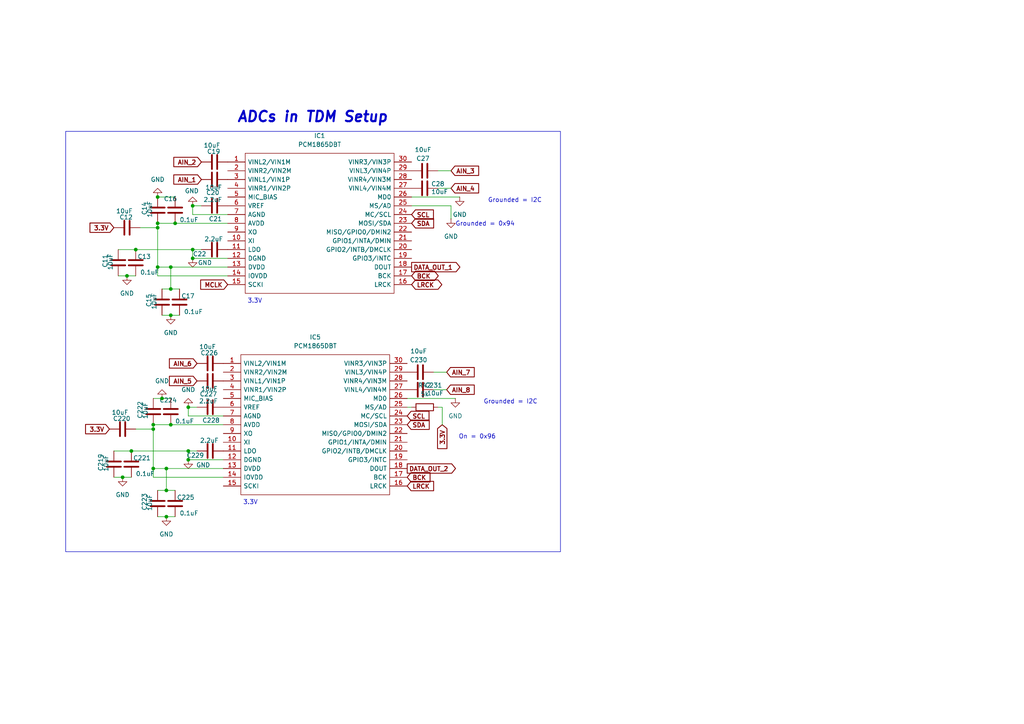
<source format=kicad_sch>
(kicad_sch
	(version 20231120)
	(generator "eeschema")
	(generator_version "8.0")
	(uuid "736b80ad-0b40-4628-ac75-845d5af6ec97")
	(paper "A4")
	(title_block
		(company "Michael Meyers")
	)
	(lib_symbols
		(symbol "Device:C"
			(pin_numbers hide)
			(pin_names
				(offset 0.254)
			)
			(exclude_from_sim no)
			(in_bom yes)
			(on_board yes)
			(property "Reference" "C"
				(at 0.635 2.54 0)
				(effects
					(font
						(size 1.27 1.27)
					)
					(justify left)
				)
			)
			(property "Value" "C"
				(at 0.635 -2.54 0)
				(effects
					(font
						(size 1.27 1.27)
					)
					(justify left)
				)
			)
			(property "Footprint" ""
				(at 0.9652 -3.81 0)
				(effects
					(font
						(size 1.27 1.27)
					)
					(hide yes)
				)
			)
			(property "Datasheet" "~"
				(at 0 0 0)
				(effects
					(font
						(size 1.27 1.27)
					)
					(hide yes)
				)
			)
			(property "Description" "Unpolarized capacitor"
				(at 0 0 0)
				(effects
					(font
						(size 1.27 1.27)
					)
					(hide yes)
				)
			)
			(property "ki_keywords" "cap capacitor"
				(at 0 0 0)
				(effects
					(font
						(size 1.27 1.27)
					)
					(hide yes)
				)
			)
			(property "ki_fp_filters" "C_*"
				(at 0 0 0)
				(effects
					(font
						(size 1.27 1.27)
					)
					(hide yes)
				)
			)
			(symbol "C_0_1"
				(polyline
					(pts
						(xy -2.032 -0.762) (xy 2.032 -0.762)
					)
					(stroke
						(width 0.508)
						(type default)
					)
					(fill
						(type none)
					)
				)
				(polyline
					(pts
						(xy -2.032 0.762) (xy 2.032 0.762)
					)
					(stroke
						(width 0.508)
						(type default)
					)
					(fill
						(type none)
					)
				)
			)
			(symbol "C_1_1"
				(pin passive line
					(at 0 3.81 270)
					(length 2.794)
					(name "~"
						(effects
							(font
								(size 1.27 1.27)
							)
						)
					)
					(number "1"
						(effects
							(font
								(size 1.27 1.27)
							)
						)
					)
				)
				(pin passive line
					(at 0 -3.81 90)
					(length 2.794)
					(name "~"
						(effects
							(font
								(size 1.27 1.27)
							)
						)
					)
					(number "2"
						(effects
							(font
								(size 1.27 1.27)
							)
						)
					)
				)
			)
		)
		(symbol "Device:R"
			(pin_numbers hide)
			(pin_names
				(offset 0)
			)
			(exclude_from_sim no)
			(in_bom yes)
			(on_board yes)
			(property "Reference" "R"
				(at 2.032 0 90)
				(effects
					(font
						(size 1.27 1.27)
					)
				)
			)
			(property "Value" "R"
				(at 0 0 90)
				(effects
					(font
						(size 1.27 1.27)
					)
				)
			)
			(property "Footprint" ""
				(at -1.778 0 90)
				(effects
					(font
						(size 1.27 1.27)
					)
					(hide yes)
				)
			)
			(property "Datasheet" "~"
				(at 0 0 0)
				(effects
					(font
						(size 1.27 1.27)
					)
					(hide yes)
				)
			)
			(property "Description" "Resistor"
				(at 0 0 0)
				(effects
					(font
						(size 1.27 1.27)
					)
					(hide yes)
				)
			)
			(property "ki_keywords" "R res resistor"
				(at 0 0 0)
				(effects
					(font
						(size 1.27 1.27)
					)
					(hide yes)
				)
			)
			(property "ki_fp_filters" "R_*"
				(at 0 0 0)
				(effects
					(font
						(size 1.27 1.27)
					)
					(hide yes)
				)
			)
			(symbol "R_0_1"
				(rectangle
					(start -1.016 -2.54)
					(end 1.016 2.54)
					(stroke
						(width 0.254)
						(type default)
					)
					(fill
						(type none)
					)
				)
			)
			(symbol "R_1_1"
				(pin passive line
					(at 0 3.81 270)
					(length 1.27)
					(name "~"
						(effects
							(font
								(size 1.27 1.27)
							)
						)
					)
					(number "1"
						(effects
							(font
								(size 1.27 1.27)
							)
						)
					)
				)
				(pin passive line
					(at 0 -3.81 90)
					(length 1.27)
					(name "~"
						(effects
							(font
								(size 1.27 1.27)
							)
						)
					)
					(number "2"
						(effects
							(font
								(size 1.27 1.27)
							)
						)
					)
				)
			)
		)
		(symbol "SamacSys_Parts:PCM1865DBT"
			(pin_names
				(offset 0.762)
			)
			(exclude_from_sim no)
			(in_bom yes)
			(on_board yes)
			(property "Reference" "IC"
				(at 49.53 7.62 0)
				(effects
					(font
						(size 1.27 1.27)
					)
					(justify left)
				)
			)
			(property "Value" "PCM1865DBT"
				(at 49.53 5.08 0)
				(effects
					(font
						(size 1.27 1.27)
					)
					(justify left)
				)
			)
			(property "Footprint" "SOP50P640X120-30N"
				(at 49.53 2.54 0)
				(effects
					(font
						(size 1.27 1.27)
					)
					(justify left)
					(hide yes)
				)
			)
			(property "Datasheet" "http://www.ti.com/lit/gpn/PCM1865"
				(at 49.53 0 0)
				(effects
					(font
						(size 1.27 1.27)
					)
					(justify left)
					(hide yes)
				)
			)
			(property "Description" "110dB 4-Channel Software-Controlled Audio ADC With Universal Front End"
				(at 0 0 0)
				(effects
					(font
						(size 1.27 1.27)
					)
					(hide yes)
				)
			)
			(property "Description_1" "110dB 4-Channel Software-Controlled Audio ADC With Universal Front End"
				(at 49.53 -2.54 0)
				(effects
					(font
						(size 1.27 1.27)
					)
					(justify left)
					(hide yes)
				)
			)
			(property "Height" "1.2"
				(at 49.53 -5.08 0)
				(effects
					(font
						(size 1.27 1.27)
					)
					(justify left)
					(hide yes)
				)
			)
			(property "Manufacturer_Name" "Texas Instruments"
				(at 49.53 -7.62 0)
				(effects
					(font
						(size 1.27 1.27)
					)
					(justify left)
					(hide yes)
				)
			)
			(property "Manufacturer_Part_Number" "PCM1865DBT"
				(at 49.53 -10.16 0)
				(effects
					(font
						(size 1.27 1.27)
					)
					(justify left)
					(hide yes)
				)
			)
			(property "Mouser Part Number" "595-PCM1865DBT"
				(at 49.53 -12.7 0)
				(effects
					(font
						(size 1.27 1.27)
					)
					(justify left)
					(hide yes)
				)
			)
			(property "Mouser Price/Stock" "https://www.mouser.co.uk/ProductDetail/Texas-Instruments/PCM1865DBT?qs=p08Uhw9w2Fxozgcazf2OFQ%3D%3D"
				(at 49.53 -15.24 0)
				(effects
					(font
						(size 1.27 1.27)
					)
					(justify left)
					(hide yes)
				)
			)
			(property "Arrow Part Number" "PCM1865DBT"
				(at 49.53 -17.78 0)
				(effects
					(font
						(size 1.27 1.27)
					)
					(justify left)
					(hide yes)
				)
			)
			(property "Arrow Price/Stock" "https://www.arrow.com/en/products/pcm1865dbt/texas-instruments?region=nac"
				(at 49.53 -20.32 0)
				(effects
					(font
						(size 1.27 1.27)
					)
					(justify left)
					(hide yes)
				)
			)
			(symbol "PCM1865DBT_0_0"
				(pin passive line
					(at 0 0 0)
					(length 5.08)
					(name "VINL2/VIN1M"
						(effects
							(font
								(size 1.27 1.27)
							)
						)
					)
					(number "1"
						(effects
							(font
								(size 1.27 1.27)
							)
						)
					)
				)
				(pin passive line
					(at 0 -22.86 0)
					(length 5.08)
					(name "XI"
						(effects
							(font
								(size 1.27 1.27)
							)
						)
					)
					(number "10"
						(effects
							(font
								(size 1.27 1.27)
							)
						)
					)
				)
				(pin passive line
					(at 0 -25.4 0)
					(length 5.08)
					(name "LDO"
						(effects
							(font
								(size 1.27 1.27)
							)
						)
					)
					(number "11"
						(effects
							(font
								(size 1.27 1.27)
							)
						)
					)
				)
				(pin passive line
					(at 0 -27.94 0)
					(length 5.08)
					(name "DGND"
						(effects
							(font
								(size 1.27 1.27)
							)
						)
					)
					(number "12"
						(effects
							(font
								(size 1.27 1.27)
							)
						)
					)
				)
				(pin passive line
					(at 0 -30.48 0)
					(length 5.08)
					(name "DVDD"
						(effects
							(font
								(size 1.27 1.27)
							)
						)
					)
					(number "13"
						(effects
							(font
								(size 1.27 1.27)
							)
						)
					)
				)
				(pin passive line
					(at 0 -33.02 0)
					(length 5.08)
					(name "IOVDD"
						(effects
							(font
								(size 1.27 1.27)
							)
						)
					)
					(number "14"
						(effects
							(font
								(size 1.27 1.27)
							)
						)
					)
				)
				(pin passive line
					(at 0 -35.56 0)
					(length 5.08)
					(name "SCKI"
						(effects
							(font
								(size 1.27 1.27)
							)
						)
					)
					(number "15"
						(effects
							(font
								(size 1.27 1.27)
							)
						)
					)
				)
				(pin passive line
					(at 53.34 -35.56 180)
					(length 5.08)
					(name "LRCK"
						(effects
							(font
								(size 1.27 1.27)
							)
						)
					)
					(number "16"
						(effects
							(font
								(size 1.27 1.27)
							)
						)
					)
				)
				(pin passive line
					(at 53.34 -33.02 180)
					(length 5.08)
					(name "BCK"
						(effects
							(font
								(size 1.27 1.27)
							)
						)
					)
					(number "17"
						(effects
							(font
								(size 1.27 1.27)
							)
						)
					)
				)
				(pin passive line
					(at 53.34 -30.48 180)
					(length 5.08)
					(name "DOUT"
						(effects
							(font
								(size 1.27 1.27)
							)
						)
					)
					(number "18"
						(effects
							(font
								(size 1.27 1.27)
							)
						)
					)
				)
				(pin passive line
					(at 53.34 -27.94 180)
					(length 5.08)
					(name "GPIO3/INTC"
						(effects
							(font
								(size 1.27 1.27)
							)
						)
					)
					(number "19"
						(effects
							(font
								(size 1.27 1.27)
							)
						)
					)
				)
				(pin passive line
					(at 0 -2.54 0)
					(length 5.08)
					(name "VINR2/VIN2M"
						(effects
							(font
								(size 1.27 1.27)
							)
						)
					)
					(number "2"
						(effects
							(font
								(size 1.27 1.27)
							)
						)
					)
				)
				(pin passive line
					(at 53.34 -25.4 180)
					(length 5.08)
					(name "GPIO2/INTB/DMCLK"
						(effects
							(font
								(size 1.27 1.27)
							)
						)
					)
					(number "20"
						(effects
							(font
								(size 1.27 1.27)
							)
						)
					)
				)
				(pin passive line
					(at 53.34 -22.86 180)
					(length 5.08)
					(name "GPIO1/INTA/DMIN"
						(effects
							(font
								(size 1.27 1.27)
							)
						)
					)
					(number "21"
						(effects
							(font
								(size 1.27 1.27)
							)
						)
					)
				)
				(pin passive line
					(at 53.34 -20.32 180)
					(length 5.08)
					(name "MISO/GPIO0/DMIN2"
						(effects
							(font
								(size 1.27 1.27)
							)
						)
					)
					(number "22"
						(effects
							(font
								(size 1.27 1.27)
							)
						)
					)
				)
				(pin passive line
					(at 53.34 -17.78 180)
					(length 5.08)
					(name "MOSI/SDA"
						(effects
							(font
								(size 1.27 1.27)
							)
						)
					)
					(number "23"
						(effects
							(font
								(size 1.27 1.27)
							)
						)
					)
				)
				(pin passive line
					(at 53.34 -15.24 180)
					(length 5.08)
					(name "MC/SCL"
						(effects
							(font
								(size 1.27 1.27)
							)
						)
					)
					(number "24"
						(effects
							(font
								(size 1.27 1.27)
							)
						)
					)
				)
				(pin passive line
					(at 53.34 -12.7 180)
					(length 5.08)
					(name "MS/AD"
						(effects
							(font
								(size 1.27 1.27)
							)
						)
					)
					(number "25"
						(effects
							(font
								(size 1.27 1.27)
							)
						)
					)
				)
				(pin passive line
					(at 53.34 -10.16 180)
					(length 5.08)
					(name "MD0"
						(effects
							(font
								(size 1.27 1.27)
							)
						)
					)
					(number "26"
						(effects
							(font
								(size 1.27 1.27)
							)
						)
					)
				)
				(pin passive line
					(at 53.34 -7.62 180)
					(length 5.08)
					(name "VINL4/VIN4M"
						(effects
							(font
								(size 1.27 1.27)
							)
						)
					)
					(number "27"
						(effects
							(font
								(size 1.27 1.27)
							)
						)
					)
				)
				(pin passive line
					(at 53.34 -5.08 180)
					(length 5.08)
					(name "VINR4/VIN3M"
						(effects
							(font
								(size 1.27 1.27)
							)
						)
					)
					(number "28"
						(effects
							(font
								(size 1.27 1.27)
							)
						)
					)
				)
				(pin passive line
					(at 53.34 -2.54 180)
					(length 5.08)
					(name "VINL3/VIN4P"
						(effects
							(font
								(size 1.27 1.27)
							)
						)
					)
					(number "29"
						(effects
							(font
								(size 1.27 1.27)
							)
						)
					)
				)
				(pin passive line
					(at 0 -5.08 0)
					(length 5.08)
					(name "VINL1/VIN1P"
						(effects
							(font
								(size 1.27 1.27)
							)
						)
					)
					(number "3"
						(effects
							(font
								(size 1.27 1.27)
							)
						)
					)
				)
				(pin passive line
					(at 53.34 0 180)
					(length 5.08)
					(name "VINR3/VIN3P"
						(effects
							(font
								(size 1.27 1.27)
							)
						)
					)
					(number "30"
						(effects
							(font
								(size 1.27 1.27)
							)
						)
					)
				)
				(pin passive line
					(at 0 -7.62 0)
					(length 5.08)
					(name "VINR1/VIN2P"
						(effects
							(font
								(size 1.27 1.27)
							)
						)
					)
					(number "4"
						(effects
							(font
								(size 1.27 1.27)
							)
						)
					)
				)
				(pin passive line
					(at 0 -10.16 0)
					(length 5.08)
					(name "MIC_BIAS"
						(effects
							(font
								(size 1.27 1.27)
							)
						)
					)
					(number "5"
						(effects
							(font
								(size 1.27 1.27)
							)
						)
					)
				)
				(pin passive line
					(at 0 -12.7 0)
					(length 5.08)
					(name "VREF"
						(effects
							(font
								(size 1.27 1.27)
							)
						)
					)
					(number "6"
						(effects
							(font
								(size 1.27 1.27)
							)
						)
					)
				)
				(pin passive line
					(at 0 -15.24 0)
					(length 5.08)
					(name "AGND"
						(effects
							(font
								(size 1.27 1.27)
							)
						)
					)
					(number "7"
						(effects
							(font
								(size 1.27 1.27)
							)
						)
					)
				)
				(pin passive line
					(at 0 -17.78 0)
					(length 5.08)
					(name "AVDD"
						(effects
							(font
								(size 1.27 1.27)
							)
						)
					)
					(number "8"
						(effects
							(font
								(size 1.27 1.27)
							)
						)
					)
				)
				(pin passive line
					(at 0 -20.32 0)
					(length 5.08)
					(name "XO"
						(effects
							(font
								(size 1.27 1.27)
							)
						)
					)
					(number "9"
						(effects
							(font
								(size 1.27 1.27)
							)
						)
					)
				)
			)
			(symbol "PCM1865DBT_0_1"
				(polyline
					(pts
						(xy 5.08 2.54) (xy 48.26 2.54) (xy 48.26 -38.1) (xy 5.08 -38.1) (xy 5.08 2.54)
					)
					(stroke
						(width 0.1524)
						(type solid)
					)
					(fill
						(type none)
					)
				)
			)
		)
		(symbol "power:GND"
			(power)
			(pin_numbers hide)
			(pin_names
				(offset 0) hide)
			(exclude_from_sim no)
			(in_bom yes)
			(on_board yes)
			(property "Reference" "#PWR"
				(at 0 -6.35 0)
				(effects
					(font
						(size 1.27 1.27)
					)
					(hide yes)
				)
			)
			(property "Value" "GND"
				(at 0 -3.81 0)
				(effects
					(font
						(size 1.27 1.27)
					)
				)
			)
			(property "Footprint" ""
				(at 0 0 0)
				(effects
					(font
						(size 1.27 1.27)
					)
					(hide yes)
				)
			)
			(property "Datasheet" ""
				(at 0 0 0)
				(effects
					(font
						(size 1.27 1.27)
					)
					(hide yes)
				)
			)
			(property "Description" "Power symbol creates a global label with name \"GND\" , ground"
				(at 0 0 0)
				(effects
					(font
						(size 1.27 1.27)
					)
					(hide yes)
				)
			)
			(property "ki_keywords" "global power"
				(at 0 0 0)
				(effects
					(font
						(size 1.27 1.27)
					)
					(hide yes)
				)
			)
			(symbol "GND_0_1"
				(polyline
					(pts
						(xy 0 0) (xy 0 -1.27) (xy 1.27 -1.27) (xy 0 -2.54) (xy -1.27 -1.27) (xy 0 -1.27)
					)
					(stroke
						(width 0)
						(type default)
					)
					(fill
						(type none)
					)
				)
			)
			(symbol "GND_1_1"
				(pin power_in line
					(at 0 0 270)
					(length 0)
					(name "~"
						(effects
							(font
								(size 1.27 1.27)
							)
						)
					)
					(number "1"
						(effects
							(font
								(size 1.27 1.27)
							)
						)
					)
				)
			)
		)
	)
	(junction
		(at 54.61 130.81)
		(diameter 0)
		(color 0 0 0 0)
		(uuid "0eb3862e-674a-4a6b-b9b9-5c3407ace7fe")
	)
	(junction
		(at 45.72 77.47)
		(diameter 0)
		(color 0 0 0 0)
		(uuid "10672449-d9de-42c7-b182-ca4f1bba25b9")
	)
	(junction
		(at 35.56 138.43)
		(diameter 0)
		(color 0 0 0 0)
		(uuid "163caf83-d63a-4a2e-90d1-5124627b68b2")
	)
	(junction
		(at 48.26 149.86)
		(diameter 0)
		(color 0 0 0 0)
		(uuid "1a1b5749-95a3-4937-ba0c-6d2ceb0c9a87")
	)
	(junction
		(at 38.1 130.81)
		(diameter 0)
		(color 0 0 0 0)
		(uuid "1d0414e3-4219-4368-9543-2c000e54785c")
	)
	(junction
		(at 55.88 74.93)
		(diameter 0)
		(color 0 0 0 0)
		(uuid "3039c491-8e98-4141-8b59-007521d0940a")
	)
	(junction
		(at 44.45 123.19)
		(diameter 0)
		(color 0 0 0 0)
		(uuid "365048ee-5fd9-4563-b46b-b7baa6dec6a2")
	)
	(junction
		(at 49.53 77.47)
		(diameter 0)
		(color 0 0 0 0)
		(uuid "3b89a7ff-28b7-45d6-affe-b59fd7919a55")
	)
	(junction
		(at 49.53 83.82)
		(diameter 0)
		(color 0 0 0 0)
		(uuid "494ac580-39ea-4b66-abff-99f57fe2472a")
	)
	(junction
		(at 46.99 115.57)
		(diameter 0)
		(color 0 0 0 0)
		(uuid "4f15e104-13a7-4a64-9701-d5de2df3c949")
	)
	(junction
		(at 48.26 135.89)
		(diameter 0)
		(color 0 0 0 0)
		(uuid "55bfb15c-df26-4c8a-a07b-3a0b68eb23c8")
	)
	(junction
		(at 48.26 142.24)
		(diameter 0)
		(color 0 0 0 0)
		(uuid "5e97274f-e72f-418b-94a2-8117ec7af53c")
	)
	(junction
		(at 55.88 59.69)
		(diameter 0)
		(color 0 0 0 0)
		(uuid "83adb027-a6b7-4545-915e-0422dc956bf2")
	)
	(junction
		(at 54.61 118.11)
		(diameter 0)
		(color 0 0 0 0)
		(uuid "98236875-1b3b-4581-bc96-5179f32b5f66")
	)
	(junction
		(at 45.72 64.77)
		(diameter 0)
		(color 0 0 0 0)
		(uuid "aaf4e352-018c-40ab-b01c-f07b075c3646")
	)
	(junction
		(at 49.53 91.44)
		(diameter 0)
		(color 0 0 0 0)
		(uuid "b070d325-43bd-4b67-aa34-fc5de5dfe5d5")
	)
	(junction
		(at 55.88 72.39)
		(diameter 0)
		(color 0 0 0 0)
		(uuid "b3a4734b-b9d8-4504-add3-89b93bfe5c52")
	)
	(junction
		(at 49.53 123.19)
		(diameter 0)
		(color 0 0 0 0)
		(uuid "c8b2044e-9dac-48d2-a38b-1402ed4aeedc")
	)
	(junction
		(at 36.83 80.01)
		(diameter 0)
		(color 0 0 0 0)
		(uuid "da9c0af6-27ad-4cb9-8283-3264340c7857")
	)
	(junction
		(at 39.37 72.39)
		(diameter 0)
		(color 0 0 0 0)
		(uuid "df161eda-7c94-4573-9664-5b45cd5bf0e9")
	)
	(junction
		(at 45.72 57.15)
		(diameter 0)
		(color 0 0 0 0)
		(uuid "e212d94e-2849-480e-8b74-dfe6f646c93b")
	)
	(junction
		(at 50.8 64.77)
		(diameter 0)
		(color 0 0 0 0)
		(uuid "ee6a2dd4-64d9-4d6d-8f44-88169bf19831")
	)
	(junction
		(at 45.72 66.04)
		(diameter 0)
		(color 0 0 0 0)
		(uuid "eea7414b-fe38-4aef-a8f6-e234057e0948")
	)
	(junction
		(at 54.61 133.35)
		(diameter 0)
		(color 0 0 0 0)
		(uuid "f1430cf8-629b-4b13-95fb-1af211339146")
	)
	(junction
		(at 44.45 124.46)
		(diameter 0)
		(color 0 0 0 0)
		(uuid "f8792884-11e1-4411-b99c-4873d1f67670")
	)
	(junction
		(at 44.45 135.89)
		(diameter 0)
		(color 0 0 0 0)
		(uuid "feba45bf-fceb-4311-ba77-ca51408e9a7e")
	)
	(wire
		(pts
			(xy 49.53 83.82) (xy 52.07 83.82)
		)
		(stroke
			(width 0)
			(type default)
		)
		(uuid "07958a3c-81ec-4d96-9037-8ab4e8221322")
	)
	(wire
		(pts
			(xy 38.1 130.81) (xy 54.61 130.81)
		)
		(stroke
			(width 0)
			(type default)
		)
		(uuid "090a982b-1e03-4986-86cd-c2ba7139907a")
	)
	(wire
		(pts
			(xy 54.61 130.81) (xy 57.15 130.81)
		)
		(stroke
			(width 0)
			(type default)
		)
		(uuid "0e429d04-ea2d-49c1-8c51-c38a667909da")
	)
	(wire
		(pts
			(xy 44.45 135.89) (xy 44.45 124.46)
		)
		(stroke
			(width 0)
			(type default)
		)
		(uuid "0fb2fcaa-62bc-4f9a-bf5c-51f8d6be33fe")
	)
	(wire
		(pts
			(xy 45.72 142.24) (xy 48.26 142.24)
		)
		(stroke
			(width 0)
			(type default)
		)
		(uuid "122ecf94-0368-4345-96df-9548ec92eca4")
	)
	(wire
		(pts
			(xy 49.53 77.47) (xy 49.53 83.82)
		)
		(stroke
			(width 0)
			(type default)
		)
		(uuid "13424dd4-cc61-4828-8067-80c4a1c648d3")
	)
	(wire
		(pts
			(xy 54.61 120.65) (xy 64.77 120.65)
		)
		(stroke
			(width 0)
			(type default)
		)
		(uuid "165c14c8-aaf0-41fd-9c51-dc7840ff5be2")
	)
	(wire
		(pts
			(xy 54.61 118.11) (xy 54.61 120.65)
		)
		(stroke
			(width 0)
			(type default)
		)
		(uuid "16d6ad03-3a1e-4a18-8399-4a5c1568ee91")
	)
	(wire
		(pts
			(xy 45.72 149.86) (xy 48.26 149.86)
		)
		(stroke
			(width 0)
			(type default)
		)
		(uuid "1a216e43-67ea-4420-9620-1da780325ce9")
	)
	(wire
		(pts
			(xy 33.02 138.43) (xy 35.56 138.43)
		)
		(stroke
			(width 0)
			(type default)
		)
		(uuid "1e2f4706-3a45-402c-8607-03286c038999")
	)
	(wire
		(pts
			(xy 49.53 77.47) (xy 45.72 77.47)
		)
		(stroke
			(width 0)
			(type default)
		)
		(uuid "2922db8c-32a2-4980-ab55-9e84500594af")
	)
	(wire
		(pts
			(xy 130.81 54.61) (xy 127 54.61)
		)
		(stroke
			(width 0)
			(type default)
		)
		(uuid "2c513ab2-6958-41ca-a9d7-5e346721ab3f")
	)
	(wire
		(pts
			(xy 127 118.11) (xy 128.27 118.11)
		)
		(stroke
			(width 0)
			(type default)
		)
		(uuid "32ffa958-be79-4a3f-be4d-9e858accf38a")
	)
	(wire
		(pts
			(xy 48.26 135.89) (xy 44.45 135.89)
		)
		(stroke
			(width 0)
			(type default)
		)
		(uuid "35442c82-91e5-4c62-9dcd-6eb9a4caca8b")
	)
	(wire
		(pts
			(xy 118.11 118.11) (xy 119.38 118.11)
		)
		(stroke
			(width 0)
			(type default)
		)
		(uuid "362366c7-4026-4066-a7ac-f119ca298ce4")
	)
	(wire
		(pts
			(xy 34.29 72.39) (xy 39.37 72.39)
		)
		(stroke
			(width 0)
			(type default)
		)
		(uuid "395e7758-9b02-47c6-9d18-eb984c1396f4")
	)
	(wire
		(pts
			(xy 119.38 59.69) (xy 130.81 59.69)
		)
		(stroke
			(width 0)
			(type default)
		)
		(uuid "3ee3e6e2-2736-413c-8f11-1557a78358f7")
	)
	(wire
		(pts
			(xy 45.72 77.47) (xy 45.72 66.04)
		)
		(stroke
			(width 0)
			(type default)
		)
		(uuid "403a6050-7494-4fab-bcaa-fa4e9ea9929f")
	)
	(wire
		(pts
			(xy 46.99 83.82) (xy 49.53 83.82)
		)
		(stroke
			(width 0)
			(type default)
		)
		(uuid "4177f8c0-4de8-456f-9faf-398482309f19")
	)
	(wire
		(pts
			(xy 49.53 91.44) (xy 52.07 91.44)
		)
		(stroke
			(width 0)
			(type default)
		)
		(uuid "433bb0d3-dcbb-4ca4-b8bb-2904b91f079d")
	)
	(wire
		(pts
			(xy 50.8 64.77) (xy 45.72 64.77)
		)
		(stroke
			(width 0)
			(type default)
		)
		(uuid "4897f1fb-b744-4151-8a8f-470f8e6ec5c2")
	)
	(wire
		(pts
			(xy 118.11 115.57) (xy 132.08 115.57)
		)
		(stroke
			(width 0)
			(type default)
		)
		(uuid "4cc7202b-b51a-46e3-9b85-d77d777afdae")
	)
	(wire
		(pts
			(xy 46.99 115.57) (xy 49.53 115.57)
		)
		(stroke
			(width 0)
			(type default)
		)
		(uuid "51db1809-4c3f-4081-8bc9-1d8fcea091b2")
	)
	(wire
		(pts
			(xy 36.83 80.01) (xy 39.37 80.01)
		)
		(stroke
			(width 0)
			(type default)
		)
		(uuid "5604099d-006e-4b9c-9bda-afb0d47eddee")
	)
	(wire
		(pts
			(xy 45.72 57.15) (xy 50.8 57.15)
		)
		(stroke
			(width 0)
			(type default)
		)
		(uuid "5df9b8fe-d9c7-46cd-bfe2-17e64c5f936c")
	)
	(wire
		(pts
			(xy 34.29 80.01) (xy 36.83 80.01)
		)
		(stroke
			(width 0)
			(type default)
		)
		(uuid "5f4212a9-6f9a-4633-b074-4540aba5950f")
	)
	(wire
		(pts
			(xy 46.99 91.44) (xy 49.53 91.44)
		)
		(stroke
			(width 0)
			(type default)
		)
		(uuid "6b8ca97c-7ea3-4c58-8839-665b9cbb02eb")
	)
	(wire
		(pts
			(xy 66.04 74.93) (xy 55.88 74.93)
		)
		(stroke
			(width 0)
			(type default)
		)
		(uuid "6e2f44c9-65ef-47c2-92ee-de5514703ecf")
	)
	(wire
		(pts
			(xy 55.88 59.69) (xy 55.88 62.23)
		)
		(stroke
			(width 0)
			(type default)
		)
		(uuid "70f6750f-ba85-4561-a3bb-9d301300173d")
	)
	(wire
		(pts
			(xy 44.45 115.57) (xy 46.99 115.57)
		)
		(stroke
			(width 0)
			(type default)
		)
		(uuid "762c2755-5297-417e-8763-3db8eb021e23")
	)
	(wire
		(pts
			(xy 44.45 138.43) (xy 44.45 135.89)
		)
		(stroke
			(width 0)
			(type default)
		)
		(uuid "77698277-be48-4689-8ce8-14c20dc7c1ef")
	)
	(wire
		(pts
			(xy 57.15 118.11) (xy 54.61 118.11)
		)
		(stroke
			(width 0)
			(type default)
		)
		(uuid "7a371b8c-e851-45fb-bc6c-1b46e26cd89a")
	)
	(wire
		(pts
			(xy 35.56 138.43) (xy 38.1 138.43)
		)
		(stroke
			(width 0)
			(type default)
		)
		(uuid "7d69fe7a-1dc8-4a78-9ad6-ca6f43fd599c")
	)
	(wire
		(pts
			(xy 129.54 113.03) (xy 125.73 113.03)
		)
		(stroke
			(width 0)
			(type default)
		)
		(uuid "8119af1d-4bbe-4afa-be08-e3ca9f480b40")
	)
	(wire
		(pts
			(xy 64.77 123.19) (xy 49.53 123.19)
		)
		(stroke
			(width 0)
			(type default)
		)
		(uuid "843e51bb-f8ba-49f5-9810-87b5ebb955a7")
	)
	(wire
		(pts
			(xy 64.77 133.35) (xy 54.61 133.35)
		)
		(stroke
			(width 0)
			(type default)
		)
		(uuid "8d679cb6-4fd8-424a-bf91-77a8b85ff220")
	)
	(wire
		(pts
			(xy 45.72 80.01) (xy 45.72 77.47)
		)
		(stroke
			(width 0)
			(type default)
		)
		(uuid "9178d206-50c1-4eca-8460-50ba18e40f8a")
	)
	(wire
		(pts
			(xy 130.81 59.69) (xy 130.81 63.5)
		)
		(stroke
			(width 0)
			(type default)
		)
		(uuid "94705136-919e-409d-ad72-cb51412df47e")
	)
	(wire
		(pts
			(xy 48.26 142.24) (xy 50.8 142.24)
		)
		(stroke
			(width 0)
			(type default)
		)
		(uuid "9985efaf-0c93-468b-9ebc-9f61ab006430")
	)
	(wire
		(pts
			(xy 55.88 72.39) (xy 55.88 74.93)
		)
		(stroke
			(width 0)
			(type default)
		)
		(uuid "9a16ea3b-6b84-4668-b478-b129ceff8510")
	)
	(wire
		(pts
			(xy 55.88 72.39) (xy 58.42 72.39)
		)
		(stroke
			(width 0)
			(type default)
		)
		(uuid "9b7aa955-5d6b-42d4-aea3-4a0339e38e8a")
	)
	(wire
		(pts
			(xy 128.27 118.11) (xy 128.27 123.19)
		)
		(stroke
			(width 0)
			(type default)
		)
		(uuid "9d39fbae-b8d8-43ee-b366-503bffc7d19e")
	)
	(wire
		(pts
			(xy 66.04 77.47) (xy 49.53 77.47)
		)
		(stroke
			(width 0)
			(type default)
		)
		(uuid "a071a428-211b-41d0-998a-8570a6186d6d")
	)
	(wire
		(pts
			(xy 119.38 57.15) (xy 133.35 57.15)
		)
		(stroke
			(width 0)
			(type default)
		)
		(uuid "a8859111-7826-42ea-b994-53a5b72eb06d")
	)
	(wire
		(pts
			(xy 64.77 135.89) (xy 48.26 135.89)
		)
		(stroke
			(width 0)
			(type default)
		)
		(uuid "ad6f3745-8463-4bca-85bc-476415bca5e3")
	)
	(wire
		(pts
			(xy 66.04 64.77) (xy 50.8 64.77)
		)
		(stroke
			(width 0)
			(type default)
		)
		(uuid "b161d9e4-3a60-469f-98bd-e46f226b46f6")
	)
	(wire
		(pts
			(xy 49.53 123.19) (xy 44.45 123.19)
		)
		(stroke
			(width 0)
			(type default)
		)
		(uuid "bae6aef3-bcdf-41ea-bd64-7f77f4eb3335")
	)
	(wire
		(pts
			(xy 130.81 49.53) (xy 127 49.53)
		)
		(stroke
			(width 0)
			(type default)
		)
		(uuid "c1022650-8153-4173-a85e-e3c4ae0e9ec5")
	)
	(wire
		(pts
			(xy 55.88 62.23) (xy 66.04 62.23)
		)
		(stroke
			(width 0)
			(type default)
		)
		(uuid "c424dd93-13d4-46af-85e6-2844c6419c0c")
	)
	(wire
		(pts
			(xy 48.26 149.86) (xy 50.8 149.86)
		)
		(stroke
			(width 0)
			(type default)
		)
		(uuid "c47bc429-3e7b-4e00-88d3-84c680132475")
	)
	(wire
		(pts
			(xy 58.42 59.69) (xy 55.88 59.69)
		)
		(stroke
			(width 0)
			(type default)
		)
		(uuid "c8b5e1b0-292c-43d6-95dd-9267b5645595")
	)
	(wire
		(pts
			(xy 40.64 66.04) (xy 45.72 66.04)
		)
		(stroke
			(width 0)
			(type default)
		)
		(uuid "d4f1b74c-ffe3-4831-9cc0-7f742a9e96c3")
	)
	(wire
		(pts
			(xy 39.37 72.39) (xy 55.88 72.39)
		)
		(stroke
			(width 0)
			(type default)
		)
		(uuid "dcb1b42f-7b75-4a2b-93cb-53cc3d25f4a9")
	)
	(wire
		(pts
			(xy 54.61 130.81) (xy 54.61 133.35)
		)
		(stroke
			(width 0)
			(type default)
		)
		(uuid "dd9933cb-06c0-456b-a7e8-1786b1a5061a")
	)
	(wire
		(pts
			(xy 44.45 123.19) (xy 44.45 124.46)
		)
		(stroke
			(width 0)
			(type default)
		)
		(uuid "ddc5aacb-587f-4b77-b65d-5d8fb79d7862")
	)
	(wire
		(pts
			(xy 45.72 64.77) (xy 45.72 66.04)
		)
		(stroke
			(width 0)
			(type default)
		)
		(uuid "e0467e0d-e2cc-40cc-aa1e-591df15408ce")
	)
	(wire
		(pts
			(xy 64.77 138.43) (xy 44.45 138.43)
		)
		(stroke
			(width 0)
			(type default)
		)
		(uuid "e2f0f8f6-2687-45da-b175-f8a40d737ad2")
	)
	(wire
		(pts
			(xy 129.54 107.95) (xy 125.73 107.95)
		)
		(stroke
			(width 0)
			(type default)
		)
		(uuid "eb3f05c4-cf8d-4078-a804-f78fb225cb85")
	)
	(wire
		(pts
			(xy 39.37 124.46) (xy 44.45 124.46)
		)
		(stroke
			(width 0)
			(type default)
		)
		(uuid "f509c116-08c4-4f1f-a454-8e7f3bace2ff")
	)
	(wire
		(pts
			(xy 48.26 135.89) (xy 48.26 142.24)
		)
		(stroke
			(width 0)
			(type default)
		)
		(uuid "f6fab95b-60f8-46f3-b820-05ecdabcb884")
	)
	(wire
		(pts
			(xy 33.02 130.81) (xy 38.1 130.81)
		)
		(stroke
			(width 0)
			(type default)
		)
		(uuid "fc16a61c-1dbe-4e49-b227-40d2888cb1eb")
	)
	(wire
		(pts
			(xy 66.04 80.01) (xy 45.72 80.01)
		)
		(stroke
			(width 0)
			(type default)
		)
		(uuid "fdf85b41-162a-4f9f-9682-f56b180fbe1c")
	)
	(rectangle
		(start 19.05 38.1)
		(end 162.56 160.02)
		(stroke
			(width 0)
			(type default)
		)
		(fill
			(type none)
		)
		(uuid 20dd4a77-df24-4293-b06f-29444658b9da)
	)
	(text "3.3V"
		(exclude_from_sim no)
		(at 72.644 145.796 0)
		(effects
			(font
				(size 1.27 1.27)
			)
		)
		(uuid "3528ed52-cecc-4f0b-a5d7-2f31b3d28a72")
	)
	(text "3.3V"
		(exclude_from_sim no)
		(at 73.914 87.376 0)
		(effects
			(font
				(size 1.27 1.27)
			)
		)
		(uuid "65e1d365-4cb8-4de7-bc0e-c0c0f317596a")
	)
	(text "Grounded = I2C\n"
		(exclude_from_sim no)
		(at 149.352 58.166 0)
		(effects
			(font
				(size 1.27 1.27)
			)
		)
		(uuid "7717dec5-adf7-4bbf-ba13-69bc0b8230e5")
	)
	(text "Grounded = I2C\n"
		(exclude_from_sim no)
		(at 148.082 116.586 0)
		(effects
			(font
				(size 1.27 1.27)
			)
		)
		(uuid "8f14ca7a-c0ae-4500-ad4d-c39f25f4ad26")
	)
	(text "On = 0x96"
		(exclude_from_sim no)
		(at 138.43 126.746 0)
		(effects
			(font
				(size 1.27 1.27)
			)
		)
		(uuid "8fbf13e5-8a40-4666-8a0a-4850244f3267")
	)
	(text "Grounded = 0x94"
		(exclude_from_sim no)
		(at 140.716 65.024 0)
		(effects
			(font
				(size 1.27 1.27)
			)
		)
		(uuid "bf867d21-f4ea-4f58-9e69-dc909433da06")
	)
	(text "ADCs in TDM Setup"
		(exclude_from_sim no)
		(at 90.678 34.036 0)
		(effects
			(font
				(size 3 3)
				(thickness 0.6)
				(bold yes)
				(italic yes)
			)
		)
		(uuid "e3168b3b-9c89-49fc-97e6-3679ec497738")
	)
	(global_label "SDA"
		(shape input)
		(at 119.38 64.77 0)
		(fields_autoplaced yes)
		(effects
			(font
				(size 1.27 1.27)
				(bold yes)
			)
			(justify left)
		)
		(uuid "0f302652-6fd0-4a04-a453-abec00689350")
		(property "Intersheetrefs" "${INTERSHEET_REFS}"
			(at 126.4093 64.77 0)
			(effects
				(font
					(size 1.27 1.27)
				)
				(justify left)
				(hide yes)
			)
		)
	)
	(global_label "BCK"
		(shape bidirectional)
		(at 119.38 80.01 0)
		(fields_autoplaced yes)
		(effects
			(font
				(size 1.27 1.27)
				(bold yes)
			)
			(justify left)
		)
		(uuid "113c86f9-d303-4b99-8b03-2f901115ae8b")
		(property "Intersheetrefs" "${INTERSHEET_REFS}"
			(at 127.7625 80.01 0)
			(effects
				(font
					(size 1.27 1.27)
				)
				(justify left)
				(hide yes)
			)
		)
	)
	(global_label "AIN_3"
		(shape input)
		(at 130.81 49.53 0)
		(fields_autoplaced yes)
		(effects
			(font
				(size 1.27 1.27)
				(bold yes)
			)
			(justify left)
		)
		(uuid "1b452269-3e4c-47d2-b7fd-e69274d78185")
		(property "Intersheetrefs" "${INTERSHEET_REFS}"
			(at 139.4722 49.53 0)
			(effects
				(font
					(size 1.27 1.27)
				)
				(justify left)
				(hide yes)
			)
		)
	)
	(global_label "3.3V"
		(shape input)
		(at 31.75 124.46 180)
		(fields_autoplaced yes)
		(effects
			(font
				(size 1.27 1.27)
				(bold yes)
			)
			(justify right)
		)
		(uuid "1dbe2312-a661-4cd3-b955-050cfedf47aa")
		(property "Intersheetrefs" "${INTERSHEET_REFS}"
			(at 24.1764 124.46 0)
			(effects
				(font
					(size 1.27 1.27)
				)
				(justify right)
				(hide yes)
			)
		)
	)
	(global_label "AIN_1"
		(shape input)
		(at 58.42 52.07 180)
		(fields_autoplaced yes)
		(effects
			(font
				(size 1.27 1.27)
				(bold yes)
			)
			(justify right)
		)
		(uuid "2ee213f7-8465-45df-899e-c6ebca261747")
		(property "Intersheetrefs" "${INTERSHEET_REFS}"
			(at 49.7578 52.07 0)
			(effects
				(font
					(size 1.27 1.27)
				)
				(justify right)
				(hide yes)
			)
		)
	)
	(global_label "SCL"
		(shape input)
		(at 118.11 120.65 0)
		(fields_autoplaced yes)
		(effects
			(font
				(size 1.27 1.27)
				(bold yes)
			)
			(justify left)
		)
		(uuid "42db4172-eae6-4159-83f4-811b5e831673")
		(property "Intersheetrefs" "${INTERSHEET_REFS}"
			(at 125.0788 120.65 0)
			(effects
				(font
					(size 1.27 1.27)
				)
				(justify left)
				(hide yes)
			)
		)
	)
	(global_label "MCLK"
		(shape input)
		(at 66.04 82.55 180)
		(fields_autoplaced yes)
		(effects
			(font
				(size 1.27 1.27)
				(bold yes)
			)
			(justify right)
		)
		(uuid "49f5a2dd-c242-4a66-b55c-ff68c4a43471")
		(property "Intersheetrefs" "${INTERSHEET_REFS}"
			(at 57.5593 82.55 0)
			(effects
				(font
					(size 1.27 1.27)
				)
				(justify right)
				(hide yes)
			)
		)
	)
	(global_label "LRCK"
		(shape bidirectional)
		(at 119.38 82.55 0)
		(fields_autoplaced yes)
		(effects
			(font
				(size 1.27 1.27)
				(bold yes)
			)
			(justify left)
		)
		(uuid "4f5cec80-89f9-4142-b956-18bfd03facbc")
		(property "Intersheetrefs" "${INTERSHEET_REFS}"
			(at 128.7906 82.55 0)
			(effects
				(font
					(size 1.27 1.27)
				)
				(justify left)
				(hide yes)
			)
		)
	)
	(global_label "3.3V"
		(shape input)
		(at 128.27 123.19 270)
		(fields_autoplaced yes)
		(effects
			(font
				(size 1.27 1.27)
				(bold yes)
			)
			(justify right)
		)
		(uuid "4f89357d-b75c-4bdd-b740-5d7c42a60a9b")
		(property "Intersheetrefs" "${INTERSHEET_REFS}"
			(at 128.27 130.7636 90)
			(effects
				(font
					(size 1.27 1.27)
				)
				(justify right)
				(hide yes)
			)
		)
	)
	(global_label "LRCK"
		(shape input)
		(at 118.11 140.97 0)
		(fields_autoplaced yes)
		(effects
			(font
				(size 1.27 1.27)
				(bold yes)
			)
			(justify left)
		)
		(uuid "6326d737-bea2-4063-9b78-24152257b1dd")
		(property "Intersheetrefs" "${INTERSHEET_REFS}"
			(at 126.4093 140.97 0)
			(effects
				(font
					(size 1.27 1.27)
				)
				(justify left)
				(hide yes)
			)
		)
	)
	(global_label "AIN_2"
		(shape input)
		(at 58.42 46.99 180)
		(fields_autoplaced yes)
		(effects
			(font
				(size 1.27 1.27)
				(bold yes)
			)
			(justify right)
		)
		(uuid "81faf460-0458-4176-987f-0a66709c212a")
		(property "Intersheetrefs" "${INTERSHEET_REFS}"
			(at 49.7578 46.99 0)
			(effects
				(font
					(size 1.27 1.27)
				)
				(justify right)
				(hide yes)
			)
		)
	)
	(global_label "AIN_8"
		(shape input)
		(at 129.54 113.03 0)
		(fields_autoplaced yes)
		(effects
			(font
				(size 1.27 1.27)
				(bold yes)
			)
			(justify left)
		)
		(uuid "82508864-2daa-4bbb-a851-d9725534e478")
		(property "Intersheetrefs" "${INTERSHEET_REFS}"
			(at 138.2022 113.03 0)
			(effects
				(font
					(size 1.27 1.27)
				)
				(justify left)
				(hide yes)
			)
		)
	)
	(global_label "DATA_OUT_1"
		(shape output)
		(at 119.38 77.47 0)
		(fields_autoplaced yes)
		(effects
			(font
				(size 1.27 1.27)
				(bold yes)
			)
			(justify left)
		)
		(uuid "84f99a32-e4be-47dd-b08e-decf46975ed3")
		(property "Intersheetrefs" "${INTERSHEET_REFS}"
			(at 134.0293 77.47 0)
			(effects
				(font
					(size 1.27 1.27)
				)
				(justify left)
				(hide yes)
			)
		)
	)
	(global_label "3.3V"
		(shape input)
		(at 33.02 66.04 180)
		(fields_autoplaced yes)
		(effects
			(font
				(size 1.27 1.27)
				(bold yes)
			)
			(justify right)
		)
		(uuid "9afade1e-ad9f-460c-8cbd-9da74a18b7bd")
		(property "Intersheetrefs" "${INTERSHEET_REFS}"
			(at 25.4464 66.04 0)
			(effects
				(font
					(size 1.27 1.27)
				)
				(justify right)
				(hide yes)
			)
		)
	)
	(global_label "AIN_7"
		(shape input)
		(at 129.54 107.95 0)
		(fields_autoplaced yes)
		(effects
			(font
				(size 1.27 1.27)
				(bold yes)
			)
			(justify left)
		)
		(uuid "9b0bb33b-e346-45a8-a23d-c41f40390827")
		(property "Intersheetrefs" "${INTERSHEET_REFS}"
			(at 138.2022 107.95 0)
			(effects
				(font
					(size 1.27 1.27)
				)
				(justify left)
				(hide yes)
			)
		)
	)
	(global_label "AIN_6"
		(shape input)
		(at 57.15 105.41 180)
		(fields_autoplaced yes)
		(effects
			(font
				(size 1.27 1.27)
				(bold yes)
			)
			(justify right)
		)
		(uuid "a59b1659-c808-49f7-918d-37aac7d09dba")
		(property "Intersheetrefs" "${INTERSHEET_REFS}"
			(at 48.4878 105.41 0)
			(effects
				(font
					(size 1.27 1.27)
				)
				(justify right)
				(hide yes)
			)
		)
	)
	(global_label "SCL"
		(shape input)
		(at 119.38 62.23 0)
		(fields_autoplaced yes)
		(effects
			(font
				(size 1.27 1.27)
				(bold yes)
			)
			(justify left)
		)
		(uuid "afe59938-db7d-4875-9bb9-43820d9fbd02")
		(property "Intersheetrefs" "${INTERSHEET_REFS}"
			(at 126.3488 62.23 0)
			(effects
				(font
					(size 1.27 1.27)
				)
				(justify left)
				(hide yes)
			)
		)
	)
	(global_label "SDA"
		(shape input)
		(at 118.11 123.19 0)
		(fields_autoplaced yes)
		(effects
			(font
				(size 1.27 1.27)
				(bold yes)
			)
			(justify left)
		)
		(uuid "b24e488f-d9cc-4e10-b69d-1eb66d0f25fc")
		(property "Intersheetrefs" "${INTERSHEET_REFS}"
			(at 125.1393 123.19 0)
			(effects
				(font
					(size 1.27 1.27)
				)
				(justify left)
				(hide yes)
			)
		)
	)
	(global_label "BCK"
		(shape input)
		(at 118.11 138.43 0)
		(fields_autoplaced yes)
		(effects
			(font
				(size 1.27 1.27)
				(bold yes)
			)
			(justify left)
		)
		(uuid "bfc70f35-4d19-439b-a244-d2944da45682")
		(property "Intersheetrefs" "${INTERSHEET_REFS}"
			(at 125.3812 138.43 0)
			(effects
				(font
					(size 1.27 1.27)
				)
				(justify left)
				(hide yes)
			)
		)
	)
	(global_label "AIN_4"
		(shape input)
		(at 130.81 54.61 0)
		(fields_autoplaced yes)
		(effects
			(font
				(size 1.27 1.27)
				(bold yes)
			)
			(justify left)
		)
		(uuid "d1e54da8-f850-41d4-85ce-6d2550fda730")
		(property "Intersheetrefs" "${INTERSHEET_REFS}"
			(at 139.4722 54.61 0)
			(effects
				(font
					(size 1.27 1.27)
				)
				(justify left)
				(hide yes)
			)
		)
	)
	(global_label "AIN_5"
		(shape input)
		(at 57.15 110.49 180)
		(fields_autoplaced yes)
		(effects
			(font
				(size 1.27 1.27)
				(bold yes)
			)
			(justify right)
		)
		(uuid "ee09042d-7b41-4cd9-b7b6-73087f1c868f")
		(property "Intersheetrefs" "${INTERSHEET_REFS}"
			(at 48.4878 110.49 0)
			(effects
				(font
					(size 1.27 1.27)
				)
				(justify right)
				(hide yes)
			)
		)
	)
	(global_label "DATA_OUT_2"
		(shape output)
		(at 118.11 135.89 0)
		(fields_autoplaced yes)
		(effects
			(font
				(size 1.27 1.27)
				(bold yes)
			)
			(justify left)
		)
		(uuid "fe8635d9-5c0e-44bc-aaf8-883a469f7092")
		(property "Intersheetrefs" "${INTERSHEET_REFS}"
			(at 132.7593 135.89 0)
			(effects
				(font
					(size 1.27 1.27)
				)
				(justify left)
				(hide yes)
			)
		)
	)
	(symbol
		(lib_id "Device:C")
		(at 50.8 60.96 0)
		(unit 1)
		(exclude_from_sim no)
		(in_bom yes)
		(on_board no)
		(dnp no)
		(uuid "00f25ce0-4667-48f9-b41d-f8bc8360d963")
		(property "Reference" "C16"
			(at 47.498 57.658 0)
			(effects
				(font
					(size 1.27 1.27)
				)
				(justify left)
			)
		)
		(property "Value" "0.1uF"
			(at 52.07 63.754 0)
			(effects
				(font
					(size 1.27 1.27)
				)
				(justify left)
			)
		)
		(property "Footprint" "Capacitor_SMD:C_0603_1608Metric_Pad1.08x0.95mm_HandSolder"
			(at 51.7652 64.77 0)
			(effects
				(font
					(size 1.27 1.27)
				)
				(hide yes)
			)
		)
		(property "Datasheet" "~"
			(at 50.8 60.96 0)
			(effects
				(font
					(size 1.27 1.27)
				)
				(hide yes)
			)
		)
		(property "Description" "Unpolarized capacitor"
			(at 50.8 60.96 0)
			(effects
				(font
					(size 1.27 1.27)
				)
				(hide yes)
			)
		)
		(pin "1"
			(uuid "713bf632-f00d-40ff-beb7-6c91e81b3078")
		)
		(pin "2"
			(uuid "d1c8177e-7c59-4647-8a05-263834b5811b")
		)
		(instances
			(project "Power_Supplies"
				(path "/5266cf9e-da90-4c53-80fd-cf3dbed42632/8f3dd01b-e3ea-4f9d-9f95-d4c91dcdbd45"
					(reference "C16")
					(unit 1)
				)
			)
		)
	)
	(symbol
		(lib_id "Device:C")
		(at 35.56 124.46 90)
		(unit 1)
		(exclude_from_sim no)
		(in_bom yes)
		(on_board no)
		(dnp no)
		(uuid "052fedf7-5483-432c-894e-4b7d40fdc98a")
		(property "Reference" "C220"
			(at 35.306 121.412 90)
			(effects
				(font
					(size 1.27 1.27)
				)
			)
		)
		(property "Value" "10uF"
			(at 34.798 119.634 90)
			(effects
				(font
					(size 1.27 1.27)
				)
			)
		)
		(property "Footprint" "Capacitor_SMD:C_0805_2012Metric"
			(at 39.37 123.4948 0)
			(effects
				(font
					(size 1.27 1.27)
				)
				(hide yes)
			)
		)
		(property "Datasheet" "~"
			(at 35.56 124.46 0)
			(effects
				(font
					(size 1.27 1.27)
				)
				(hide yes)
			)
		)
		(property "Description" "Unpolarized capacitor"
			(at 35.56 124.46 0)
			(effects
				(font
					(size 1.27 1.27)
				)
				(hide yes)
			)
		)
		(pin "1"
			(uuid "06c4ef9a-ff50-4fe2-a7d2-ae1a51d8ce8d")
		)
		(pin "2"
			(uuid "acb48143-f98e-4a29-9b86-690824aa7bdc")
		)
		(instances
			(project "Power_Supplies"
				(path "/5266cf9e-da90-4c53-80fd-cf3dbed42632/8f3dd01b-e3ea-4f9d-9f95-d4c91dcdbd45"
					(reference "C220")
					(unit 1)
				)
			)
		)
	)
	(symbol
		(lib_id "Device:C")
		(at 50.8 146.05 0)
		(unit 1)
		(exclude_from_sim no)
		(in_bom yes)
		(on_board no)
		(dnp no)
		(uuid "054da631-eb54-4555-8114-fe6048440bef")
		(property "Reference" "C225"
			(at 51.308 144.272 0)
			(effects
				(font
					(size 1.27 1.27)
				)
				(justify left)
			)
		)
		(property "Value" "0.1uF"
			(at 52.07 148.844 0)
			(effects
				(font
					(size 1.27 1.27)
				)
				(justify left)
			)
		)
		(property "Footprint" "Capacitor_SMD:C_0603_1608Metric_Pad1.08x0.95mm_HandSolder"
			(at 51.7652 149.86 0)
			(effects
				(font
					(size 1.27 1.27)
				)
				(hide yes)
			)
		)
		(property "Datasheet" "~"
			(at 50.8 146.05 0)
			(effects
				(font
					(size 1.27 1.27)
				)
				(hide yes)
			)
		)
		(property "Description" "Unpolarized capacitor"
			(at 50.8 146.05 0)
			(effects
				(font
					(size 1.27 1.27)
				)
				(hide yes)
			)
		)
		(pin "1"
			(uuid "584c600a-e7e9-4749-8cb4-f39145d7fe88")
		)
		(pin "2"
			(uuid "22f8e7a3-fa9d-4bd7-bbad-1379492a17e8")
		)
		(instances
			(project "Power_Supplies"
				(path "/5266cf9e-da90-4c53-80fd-cf3dbed42632/8f3dd01b-e3ea-4f9d-9f95-d4c91dcdbd45"
					(reference "C225")
					(unit 1)
				)
			)
		)
	)
	(symbol
		(lib_id "Device:C")
		(at 38.1 134.62 0)
		(unit 1)
		(exclude_from_sim no)
		(in_bom yes)
		(on_board no)
		(dnp no)
		(uuid "0924ada2-511c-41f9-b615-94a2a28490f4")
		(property "Reference" "C221"
			(at 38.608 132.842 0)
			(effects
				(font
					(size 1.27 1.27)
				)
				(justify left)
			)
		)
		(property "Value" "0.1uF"
			(at 39.37 137.414 0)
			(effects
				(font
					(size 1.27 1.27)
				)
				(justify left)
			)
		)
		(property "Footprint" "Capacitor_SMD:C_0603_1608Metric_Pad1.08x0.95mm_HandSolder"
			(at 39.0652 138.43 0)
			(effects
				(font
					(size 1.27 1.27)
				)
				(hide yes)
			)
		)
		(property "Datasheet" "~"
			(at 38.1 134.62 0)
			(effects
				(font
					(size 1.27 1.27)
				)
				(hide yes)
			)
		)
		(property "Description" "Unpolarized capacitor"
			(at 38.1 134.62 0)
			(effects
				(font
					(size 1.27 1.27)
				)
				(hide yes)
			)
		)
		(pin "1"
			(uuid "7d78fa58-fd40-473b-ba4e-60df1c5224d2")
		)
		(pin "2"
			(uuid "eeb586a6-3611-4887-86ee-f98fbfd4efdf")
		)
		(instances
			(project "Power_Supplies"
				(path "/5266cf9e-da90-4c53-80fd-cf3dbed42632/8f3dd01b-e3ea-4f9d-9f95-d4c91dcdbd45"
					(reference "C221")
					(unit 1)
				)
			)
		)
	)
	(symbol
		(lib_id "Device:C")
		(at 62.23 72.39 90)
		(unit 1)
		(exclude_from_sim no)
		(in_bom yes)
		(on_board no)
		(dnp no)
		(uuid "0b4bcdf5-883c-4c03-971d-3c6fb317b59c")
		(property "Reference" "C22"
			(at 57.912 73.66 90)
			(effects
				(font
					(size 1.27 1.27)
				)
			)
		)
		(property "Value" "2.2uF"
			(at 61.976 69.342 90)
			(effects
				(font
					(size 1.27 1.27)
				)
			)
		)
		(property "Footprint" "Capacitor_SMD:C_0805_2012Metric"
			(at 66.04 71.4248 0)
			(effects
				(font
					(size 1.27 1.27)
				)
				(hide yes)
			)
		)
		(property "Datasheet" "~"
			(at 62.23 72.39 0)
			(effects
				(font
					(size 1.27 1.27)
				)
				(hide yes)
			)
		)
		(property "Description" "Unpolarized capacitor"
			(at 62.23 72.39 0)
			(effects
				(font
					(size 1.27 1.27)
				)
				(hide yes)
			)
		)
		(pin "1"
			(uuid "16297050-3b53-419a-88a2-84a1e202fe03")
		)
		(pin "2"
			(uuid "50ffe6c5-fe22-47f4-ad10-7384ead9b005")
		)
		(instances
			(project "Power_Supplies"
				(path "/5266cf9e-da90-4c53-80fd-cf3dbed42632/8f3dd01b-e3ea-4f9d-9f95-d4c91dcdbd45"
					(reference "C22")
					(unit 1)
				)
			)
		)
	)
	(symbol
		(lib_id "power:GND")
		(at 36.83 80.01 0)
		(unit 1)
		(exclude_from_sim no)
		(in_bom yes)
		(on_board no)
		(dnp no)
		(fields_autoplaced yes)
		(uuid "0efd50b4-e338-49b6-b302-6bc44ebea8e2")
		(property "Reference" "#PWR025"
			(at 36.83 86.36 0)
			(effects
				(font
					(size 1.27 1.27)
				)
				(hide yes)
			)
		)
		(property "Value" "GND"
			(at 36.83 85.09 0)
			(effects
				(font
					(size 1.27 1.27)
				)
			)
		)
		(property "Footprint" ""
			(at 36.83 80.01 0)
			(effects
				(font
					(size 1.27 1.27)
				)
				(hide yes)
			)
		)
		(property "Datasheet" ""
			(at 36.83 80.01 0)
			(effects
				(font
					(size 1.27 1.27)
				)
				(hide yes)
			)
		)
		(property "Description" "Power symbol creates a global label with name \"GND\" , ground"
			(at 36.83 80.01 0)
			(effects
				(font
					(size 1.27 1.27)
				)
				(hide yes)
			)
		)
		(pin "1"
			(uuid "d0e2d122-95e6-47a1-8afa-c7c3ebadb596")
		)
		(instances
			(project "Power_Supplies"
				(path "/5266cf9e-da90-4c53-80fd-cf3dbed42632/8f3dd01b-e3ea-4f9d-9f95-d4c91dcdbd45"
					(reference "#PWR025")
					(unit 1)
				)
			)
		)
	)
	(symbol
		(lib_id "power:GND")
		(at 55.88 74.93 0)
		(unit 1)
		(exclude_from_sim no)
		(in_bom yes)
		(on_board no)
		(dnp no)
		(uuid "130edc36-fff6-4047-9be2-f52bb113d8dd")
		(property "Reference" "#PWR028"
			(at 55.88 81.28 0)
			(effects
				(font
					(size 1.27 1.27)
				)
				(hide yes)
			)
		)
		(property "Value" "GND"
			(at 59.436 76.2 0)
			(effects
				(font
					(size 1.27 1.27)
				)
			)
		)
		(property "Footprint" ""
			(at 55.88 74.93 0)
			(effects
				(font
					(size 1.27 1.27)
				)
				(hide yes)
			)
		)
		(property "Datasheet" ""
			(at 55.88 74.93 0)
			(effects
				(font
					(size 1.27 1.27)
				)
				(hide yes)
			)
		)
		(property "Description" "Power symbol creates a global label with name \"GND\" , ground"
			(at 55.88 74.93 0)
			(effects
				(font
					(size 1.27 1.27)
				)
				(hide yes)
			)
		)
		(pin "1"
			(uuid "a7e5db2e-2982-4370-9512-ac1f057e9cf1")
		)
		(instances
			(project "Power_Supplies"
				(path "/5266cf9e-da90-4c53-80fd-cf3dbed42632/8f3dd01b-e3ea-4f9d-9f95-d4c91dcdbd45"
					(reference "#PWR028")
					(unit 1)
				)
			)
		)
	)
	(symbol
		(lib_id "Device:C")
		(at 60.96 130.81 90)
		(unit 1)
		(exclude_from_sim no)
		(in_bom yes)
		(on_board no)
		(dnp no)
		(uuid "14e489b0-950d-4fbf-b739-fd01ac8cd676")
		(property "Reference" "C229"
			(at 56.642 132.08 90)
			(effects
				(font
					(size 1.27 1.27)
				)
			)
		)
		(property "Value" "2.2uF"
			(at 60.706 127.762 90)
			(effects
				(font
					(size 1.27 1.27)
				)
			)
		)
		(property "Footprint" "Capacitor_SMD:C_0805_2012Metric"
			(at 64.77 129.8448 0)
			(effects
				(font
					(size 1.27 1.27)
				)
				(hide yes)
			)
		)
		(property "Datasheet" "~"
			(at 60.96 130.81 0)
			(effects
				(font
					(size 1.27 1.27)
				)
				(hide yes)
			)
		)
		(property "Description" "Unpolarized capacitor"
			(at 60.96 130.81 0)
			(effects
				(font
					(size 1.27 1.27)
				)
				(hide yes)
			)
		)
		(pin "1"
			(uuid "dd74c398-ce07-49ae-a726-e8a437d6d216")
		)
		(pin "2"
			(uuid "e6d2a038-723b-411c-834f-a5e517ef7e1b")
		)
		(instances
			(project "Power_Supplies"
				(path "/5266cf9e-da90-4c53-80fd-cf3dbed42632/8f3dd01b-e3ea-4f9d-9f95-d4c91dcdbd45"
					(reference "C229")
					(unit 1)
				)
			)
		)
	)
	(symbol
		(lib_id "power:GND")
		(at 54.61 133.35 0)
		(unit 1)
		(exclude_from_sim no)
		(in_bom yes)
		(on_board no)
		(dnp no)
		(uuid "16599c75-7e25-4d2e-a77d-9ac7dd2f76f9")
		(property "Reference" "#PWR0216"
			(at 54.61 139.7 0)
			(effects
				(font
					(size 1.27 1.27)
				)
				(hide yes)
			)
		)
		(property "Value" "GND"
			(at 58.928 134.874 0)
			(effects
				(font
					(size 1.27 1.27)
				)
			)
		)
		(property "Footprint" ""
			(at 54.61 133.35 0)
			(effects
				(font
					(size 1.27 1.27)
				)
				(hide yes)
			)
		)
		(property "Datasheet" ""
			(at 54.61 133.35 0)
			(effects
				(font
					(size 1.27 1.27)
				)
				(hide yes)
			)
		)
		(property "Description" "Power symbol creates a global label with name \"GND\" , ground"
			(at 54.61 133.35 0)
			(effects
				(font
					(size 1.27 1.27)
				)
				(hide yes)
			)
		)
		(pin "1"
			(uuid "91992325-a6f3-4d9a-b930-79737fb88631")
		)
		(instances
			(project "Power_Supplies"
				(path "/5266cf9e-da90-4c53-80fd-cf3dbed42632/8f3dd01b-e3ea-4f9d-9f95-d4c91dcdbd45"
					(reference "#PWR0216")
					(unit 1)
				)
			)
		)
	)
	(symbol
		(lib_id "power:GND")
		(at 133.35 57.15 0)
		(unit 1)
		(exclude_from_sim no)
		(in_bom yes)
		(on_board no)
		(dnp no)
		(fields_autoplaced yes)
		(uuid "19a76a2c-9397-4da8-94ac-2a1c6b36e061")
		(property "Reference" "#PWR035"
			(at 133.35 63.5 0)
			(effects
				(font
					(size 1.27 1.27)
				)
				(hide yes)
			)
		)
		(property "Value" "GND"
			(at 133.35 62.23 0)
			(effects
				(font
					(size 1.27 1.27)
				)
			)
		)
		(property "Footprint" ""
			(at 133.35 57.15 0)
			(effects
				(font
					(size 1.27 1.27)
				)
				(hide yes)
			)
		)
		(property "Datasheet" ""
			(at 133.35 57.15 0)
			(effects
				(font
					(size 1.27 1.27)
				)
				(hide yes)
			)
		)
		(property "Description" "Power symbol creates a global label with name \"GND\" , ground"
			(at 133.35 57.15 0)
			(effects
				(font
					(size 1.27 1.27)
				)
				(hide yes)
			)
		)
		(pin "1"
			(uuid "24fda726-d8aa-44bc-9a3e-0165aadc877b")
		)
		(instances
			(project "Power_Supplies"
				(path "/5266cf9e-da90-4c53-80fd-cf3dbed42632/8f3dd01b-e3ea-4f9d-9f95-d4c91dcdbd45"
					(reference "#PWR035")
					(unit 1)
				)
			)
		)
	)
	(symbol
		(lib_id "Device:C")
		(at 121.92 113.03 90)
		(unit 1)
		(exclude_from_sim no)
		(in_bom yes)
		(on_board no)
		(dnp no)
		(uuid "1d38b554-e658-4c95-8af1-3a8a77282729")
		(property "Reference" "C231"
			(at 125.73 111.76 90)
			(effects
				(font
					(size 1.27 1.27)
				)
			)
		)
		(property "Value" "10uF"
			(at 126.238 114.046 90)
			(effects
				(font
					(size 1.27 1.27)
				)
			)
		)
		(property "Footprint" "Capacitor_SMD:C_0805_2012Metric"
			(at 125.73 112.0648 0)
			(effects
				(font
					(size 1.27 1.27)
				)
				(hide yes)
			)
		)
		(property "Datasheet" "~"
			(at 121.92 113.03 0)
			(effects
				(font
					(size 1.27 1.27)
				)
				(hide yes)
			)
		)
		(property "Description" "Unpolarized capacitor"
			(at 121.92 113.03 0)
			(effects
				(font
					(size 1.27 1.27)
				)
				(hide yes)
			)
		)
		(pin "1"
			(uuid "125b6165-63c3-40ff-aa87-907c177ca5b7")
		)
		(pin "2"
			(uuid "d8bd6020-5b38-4363-96f3-3139e997d0e1")
		)
		(instances
			(project "Power_Supplies"
				(path "/5266cf9e-da90-4c53-80fd-cf3dbed42632/8f3dd01b-e3ea-4f9d-9f95-d4c91dcdbd45"
					(reference "C231")
					(unit 1)
				)
			)
		)
	)
	(symbol
		(lib_id "power:GND")
		(at 132.08 115.57 0)
		(unit 1)
		(exclude_from_sim no)
		(in_bom yes)
		(on_board no)
		(dnp no)
		(fields_autoplaced yes)
		(uuid "28c1393a-3f34-4601-adb2-fba2436c8b57")
		(property "Reference" "#PWR0217"
			(at 132.08 121.92 0)
			(effects
				(font
					(size 1.27 1.27)
				)
				(hide yes)
			)
		)
		(property "Value" "GND"
			(at 132.08 120.65 0)
			(effects
				(font
					(size 1.27 1.27)
				)
			)
		)
		(property "Footprint" ""
			(at 132.08 115.57 0)
			(effects
				(font
					(size 1.27 1.27)
				)
				(hide yes)
			)
		)
		(property "Datasheet" ""
			(at 132.08 115.57 0)
			(effects
				(font
					(size 1.27 1.27)
				)
				(hide yes)
			)
		)
		(property "Description" "Power symbol creates a global label with name \"GND\" , ground"
			(at 132.08 115.57 0)
			(effects
				(font
					(size 1.27 1.27)
				)
				(hide yes)
			)
		)
		(pin "1"
			(uuid "cc1b70f6-a483-46eb-aeb3-a545adc75f85")
		)
		(instances
			(project "Power_Supplies"
				(path "/5266cf9e-da90-4c53-80fd-cf3dbed42632/8f3dd01b-e3ea-4f9d-9f95-d4c91dcdbd45"
					(reference "#PWR0217")
					(unit 1)
				)
			)
		)
	)
	(symbol
		(lib_id "Device:C")
		(at 60.96 110.49 90)
		(unit 1)
		(exclude_from_sim no)
		(in_bom yes)
		(on_board no)
		(dnp no)
		(uuid "3129b3d4-b89f-4657-b25d-8221b99daa6c")
		(property "Reference" "C227"
			(at 60.452 114.3 90)
			(effects
				(font
					(size 1.27 1.27)
				)
			)
		)
		(property "Value" "10uF"
			(at 60.706 112.776 90)
			(effects
				(font
					(size 1.27 1.27)
				)
			)
		)
		(property "Footprint" "Capacitor_SMD:C_0805_2012Metric"
			(at 64.77 109.5248 0)
			(effects
				(font
					(size 1.27 1.27)
				)
				(hide yes)
			)
		)
		(property "Datasheet" "~"
			(at 60.96 110.49 0)
			(effects
				(font
					(size 1.27 1.27)
				)
				(hide yes)
			)
		)
		(property "Description" "Unpolarized capacitor"
			(at 60.96 110.49 0)
			(effects
				(font
					(size 1.27 1.27)
				)
				(hide yes)
			)
		)
		(pin "1"
			(uuid "ba107863-8a9f-4a95-a329-65abd944f87e")
		)
		(pin "2"
			(uuid "3370e7e7-1164-484c-a3da-be00f9248f94")
		)
		(instances
			(project "Power_Supplies"
				(path "/5266cf9e-da90-4c53-80fd-cf3dbed42632/8f3dd01b-e3ea-4f9d-9f95-d4c91dcdbd45"
					(reference "C227")
					(unit 1)
				)
			)
		)
	)
	(symbol
		(lib_id "Device:C")
		(at 45.72 60.96 0)
		(unit 1)
		(exclude_from_sim no)
		(in_bom yes)
		(on_board no)
		(dnp no)
		(uuid "35339573-2bee-43a0-b54b-5c6d2b0b2866")
		(property "Reference" "C14"
			(at 41.91 60.452 90)
			(effects
				(font
					(size 1.27 1.27)
				)
			)
		)
		(property "Value" "10uF"
			(at 43.434 60.706 90)
			(effects
				(font
					(size 1.27 1.27)
				)
			)
		)
		(property "Footprint" "Capacitor_SMD:C_0805_2012Metric"
			(at 46.6852 64.77 0)
			(effects
				(font
					(size 1.27 1.27)
				)
				(hide yes)
			)
		)
		(property "Datasheet" "~"
			(at 45.72 60.96 0)
			(effects
				(font
					(size 1.27 1.27)
				)
				(hide yes)
			)
		)
		(property "Description" "Unpolarized capacitor"
			(at 45.72 60.96 0)
			(effects
				(font
					(size 1.27 1.27)
				)
				(hide yes)
			)
		)
		(pin "1"
			(uuid "8accd0f8-7608-4ae8-b553-0823ae5af80a")
		)
		(pin "2"
			(uuid "769805ec-6bc0-4c54-ad21-ed3e130e9a1e")
		)
		(instances
			(project "Power_Supplies"
				(path "/5266cf9e-da90-4c53-80fd-cf3dbed42632/8f3dd01b-e3ea-4f9d-9f95-d4c91dcdbd45"
					(reference "C14")
					(unit 1)
				)
			)
		)
	)
	(symbol
		(lib_id "power:GND")
		(at 48.26 149.86 0)
		(unit 1)
		(exclude_from_sim no)
		(in_bom yes)
		(on_board no)
		(dnp no)
		(fields_autoplaced yes)
		(uuid "41848357-7c90-4332-9679-17d9b0205e0b")
		(property "Reference" "#PWR0215"
			(at 48.26 156.21 0)
			(effects
				(font
					(size 1.27 1.27)
				)
				(hide yes)
			)
		)
		(property "Value" "GND"
			(at 48.26 154.94 0)
			(effects
				(font
					(size 1.27 1.27)
				)
			)
		)
		(property "Footprint" ""
			(at 48.26 149.86 0)
			(effects
				(font
					(size 1.27 1.27)
				)
				(hide yes)
			)
		)
		(property "Datasheet" ""
			(at 48.26 149.86 0)
			(effects
				(font
					(size 1.27 1.27)
				)
				(hide yes)
			)
		)
		(property "Description" "Power symbol creates a global label with name \"GND\" , ground"
			(at 48.26 149.86 0)
			(effects
				(font
					(size 1.27 1.27)
				)
				(hide yes)
			)
		)
		(pin "1"
			(uuid "ecb30380-8ab6-4019-968a-526d5d1ed9e8")
		)
		(instances
			(project "Power_Supplies"
				(path "/5266cf9e-da90-4c53-80fd-cf3dbed42632/8f3dd01b-e3ea-4f9d-9f95-d4c91dcdbd45"
					(reference "#PWR0215")
					(unit 1)
				)
			)
		)
	)
	(symbol
		(lib_id "power:GND")
		(at 49.53 91.44 0)
		(unit 1)
		(exclude_from_sim no)
		(in_bom yes)
		(on_board no)
		(dnp no)
		(fields_autoplaced yes)
		(uuid "462b9e91-c224-4e40-ad12-4d23e630cb63")
		(property "Reference" "#PWR027"
			(at 49.53 97.79 0)
			(effects
				(font
					(size 1.27 1.27)
				)
				(hide yes)
			)
		)
		(property "Value" "GND"
			(at 49.53 96.52 0)
			(effects
				(font
					(size 1.27 1.27)
				)
			)
		)
		(property "Footprint" ""
			(at 49.53 91.44 0)
			(effects
				(font
					(size 1.27 1.27)
				)
				(hide yes)
			)
		)
		(property "Datasheet" ""
			(at 49.53 91.44 0)
			(effects
				(font
					(size 1.27 1.27)
				)
				(hide yes)
			)
		)
		(property "Description" "Power symbol creates a global label with name \"GND\" , ground"
			(at 49.53 91.44 0)
			(effects
				(font
					(size 1.27 1.27)
				)
				(hide yes)
			)
		)
		(pin "1"
			(uuid "a93bc67a-10ea-451b-b4e7-2c6189d47bf4")
		)
		(instances
			(project "Power_Supplies"
				(path "/5266cf9e-da90-4c53-80fd-cf3dbed42632/8f3dd01b-e3ea-4f9d-9f95-d4c91dcdbd45"
					(reference "#PWR027")
					(unit 1)
				)
			)
		)
	)
	(symbol
		(lib_id "Device:C")
		(at 34.29 76.2 0)
		(unit 1)
		(exclude_from_sim no)
		(in_bom yes)
		(on_board no)
		(dnp no)
		(uuid "50832839-8375-416a-b85e-8eaf1e388cd6")
		(property "Reference" "C11"
			(at 30.48 75.692 90)
			(effects
				(font
					(size 1.27 1.27)
				)
			)
		)
		(property "Value" "10uF"
			(at 32.004 75.946 90)
			(effects
				(font
					(size 1.27 1.27)
				)
			)
		)
		(property "Footprint" "Capacitor_SMD:C_0805_2012Metric"
			(at 35.2552 80.01 0)
			(effects
				(font
					(size 1.27 1.27)
				)
				(hide yes)
			)
		)
		(property "Datasheet" "~"
			(at 34.29 76.2 0)
			(effects
				(font
					(size 1.27 1.27)
				)
				(hide yes)
			)
		)
		(property "Description" "Unpolarized capacitor"
			(at 34.29 76.2 0)
			(effects
				(font
					(size 1.27 1.27)
				)
				(hide yes)
			)
		)
		(pin "1"
			(uuid "b7d6d3c9-f255-4438-9e9f-9c84c9dbe269")
		)
		(pin "2"
			(uuid "36fca355-0531-4d28-a7ed-76e1be3926fc")
		)
		(instances
			(project "Power_Supplies"
				(path "/5266cf9e-da90-4c53-80fd-cf3dbed42632/8f3dd01b-e3ea-4f9d-9f95-d4c91dcdbd45"
					(reference "C11")
					(unit 1)
				)
			)
		)
	)
	(symbol
		(lib_id "Device:C")
		(at 62.23 59.69 90)
		(unit 1)
		(exclude_from_sim no)
		(in_bom yes)
		(on_board no)
		(dnp no)
		(uuid "5fbe4491-d73d-4915-8829-5adf5602ca16")
		(property "Reference" "C21"
			(at 62.484 63.5 90)
			(effects
				(font
					(size 1.27 1.27)
				)
			)
		)
		(property "Value" "2.2uF"
			(at 61.722 57.912 90)
			(effects
				(font
					(size 1.27 1.27)
				)
			)
		)
		(property "Footprint" "Capacitor_SMD:C_0805_2012Metric"
			(at 66.04 58.7248 0)
			(effects
				(font
					(size 1.27 1.27)
				)
				(hide yes)
			)
		)
		(property "Datasheet" "~"
			(at 62.23 59.69 0)
			(effects
				(font
					(size 1.27 1.27)
				)
				(hide yes)
			)
		)
		(property "Description" "Unpolarized capacitor"
			(at 62.23 59.69 0)
			(effects
				(font
					(size 1.27 1.27)
				)
				(hide yes)
			)
		)
		(pin "1"
			(uuid "9aa90e2d-1554-4319-896c-8effc8b474dd")
		)
		(pin "2"
			(uuid "54fce3f6-3114-48d6-8488-1b8bbd58ea86")
		)
		(instances
			(project "Power_Supplies"
				(path "/5266cf9e-da90-4c53-80fd-cf3dbed42632/8f3dd01b-e3ea-4f9d-9f95-d4c91dcdbd45"
					(reference "C21")
					(unit 1)
				)
			)
		)
	)
	(symbol
		(lib_id "Device:C")
		(at 46.99 87.63 0)
		(unit 1)
		(exclude_from_sim no)
		(in_bom yes)
		(on_board no)
		(dnp no)
		(uuid "65c5be68-8b51-4c80-8cda-7fbd828af909")
		(property "Reference" "C15"
			(at 43.18 87.122 90)
			(effects
				(font
					(size 1.27 1.27)
				)
			)
		)
		(property "Value" "10uF"
			(at 44.704 87.376 90)
			(effects
				(font
					(size 1.27 1.27)
				)
			)
		)
		(property "Footprint" "Capacitor_SMD:C_0805_2012Metric"
			(at 47.9552 91.44 0)
			(effects
				(font
					(size 1.27 1.27)
				)
				(hide yes)
			)
		)
		(property "Datasheet" "~"
			(at 46.99 87.63 0)
			(effects
				(font
					(size 1.27 1.27)
				)
				(hide yes)
			)
		)
		(property "Description" "Unpolarized capacitor"
			(at 46.99 87.63 0)
			(effects
				(font
					(size 1.27 1.27)
				)
				(hide yes)
			)
		)
		(pin "1"
			(uuid "e1d41c77-d960-4680-8b44-4b411065742b")
		)
		(pin "2"
			(uuid "80d81fe1-039d-4963-81d3-5af04b83abde")
		)
		(instances
			(project "Power_Supplies"
				(path "/5266cf9e-da90-4c53-80fd-cf3dbed42632/8f3dd01b-e3ea-4f9d-9f95-d4c91dcdbd45"
					(reference "C15")
					(unit 1)
				)
			)
		)
	)
	(symbol
		(lib_id "Device:C")
		(at 45.72 146.05 0)
		(unit 1)
		(exclude_from_sim no)
		(in_bom yes)
		(on_board no)
		(dnp no)
		(uuid "69f8feae-c91b-40df-823b-a01795797561")
		(property "Reference" "C223"
			(at 41.91 145.542 90)
			(effects
				(font
					(size 1.27 1.27)
				)
			)
		)
		(property "Value" "10uF"
			(at 43.434 145.796 90)
			(effects
				(font
					(size 1.27 1.27)
				)
			)
		)
		(property "Footprint" "Capacitor_SMD:C_0805_2012Metric"
			(at 46.6852 149.86 0)
			(effects
				(font
					(size 1.27 1.27)
				)
				(hide yes)
			)
		)
		(property "Datasheet" "~"
			(at 45.72 146.05 0)
			(effects
				(font
					(size 1.27 1.27)
				)
				(hide yes)
			)
		)
		(property "Description" "Unpolarized capacitor"
			(at 45.72 146.05 0)
			(effects
				(font
					(size 1.27 1.27)
				)
				(hide yes)
			)
		)
		(pin "1"
			(uuid "f30fadc7-9973-47ec-8597-3c1657afe5b2")
		)
		(pin "2"
			(uuid "ba39d992-699e-449e-82a6-dca23ab74b33")
		)
		(instances
			(project "Power_Supplies"
				(path "/5266cf9e-da90-4c53-80fd-cf3dbed42632/8f3dd01b-e3ea-4f9d-9f95-d4c91dcdbd45"
					(reference "C223")
					(unit 1)
				)
			)
		)
	)
	(symbol
		(lib_id "Device:C")
		(at 62.23 46.99 90)
		(unit 1)
		(exclude_from_sim no)
		(in_bom yes)
		(on_board no)
		(dnp no)
		(uuid "6bba396d-121d-433a-bd51-9c0f42276e45")
		(property "Reference" "C19"
			(at 61.976 43.942 90)
			(effects
				(font
					(size 1.27 1.27)
				)
			)
		)
		(property "Value" "10uF"
			(at 61.468 42.164 90)
			(effects
				(font
					(size 1.27 1.27)
				)
			)
		)
		(property "Footprint" "Capacitor_SMD:C_0805_2012Metric"
			(at 66.04 46.0248 0)
			(effects
				(font
					(size 1.27 1.27)
				)
				(hide yes)
			)
		)
		(property "Datasheet" "~"
			(at 62.23 46.99 0)
			(effects
				(font
					(size 1.27 1.27)
				)
				(hide yes)
			)
		)
		(property "Description" "Unpolarized capacitor"
			(at 62.23 46.99 0)
			(effects
				(font
					(size 1.27 1.27)
				)
				(hide yes)
			)
		)
		(pin "1"
			(uuid "29623a5c-26f5-4ed0-a415-221fd2a53f7a")
		)
		(pin "2"
			(uuid "2b0a6248-e1a5-4ba4-b7e3-1e0df44e55c9")
		)
		(instances
			(project "Power_Supplies"
				(path "/5266cf9e-da90-4c53-80fd-cf3dbed42632/8f3dd01b-e3ea-4f9d-9f95-d4c91dcdbd45"
					(reference "C19")
					(unit 1)
				)
			)
		)
	)
	(symbol
		(lib_id "power:GND")
		(at 130.81 63.5 0)
		(unit 1)
		(exclude_from_sim no)
		(in_bom yes)
		(on_board no)
		(dnp no)
		(fields_autoplaced yes)
		(uuid "751d18a1-b5a9-42eb-8c5c-9a49ae4e7329")
		(property "Reference" "#PWR0224"
			(at 130.81 69.85 0)
			(effects
				(font
					(size 1.27 1.27)
				)
				(hide yes)
			)
		)
		(property "Value" "GND"
			(at 130.81 68.58 0)
			(effects
				(font
					(size 1.27 1.27)
				)
			)
		)
		(property "Footprint" ""
			(at 130.81 63.5 0)
			(effects
				(font
					(size 1.27 1.27)
				)
				(hide yes)
			)
		)
		(property "Datasheet" ""
			(at 130.81 63.5 0)
			(effects
				(font
					(size 1.27 1.27)
				)
				(hide yes)
			)
		)
		(property "Description" "Power symbol creates a global label with name \"GND\" , ground"
			(at 130.81 63.5 0)
			(effects
				(font
					(size 1.27 1.27)
				)
				(hide yes)
			)
		)
		(pin "1"
			(uuid "c09d0c5a-7d10-4ea1-acaf-4d25e05927f5")
		)
		(instances
			(project "Power_Supplies"
				(path "/5266cf9e-da90-4c53-80fd-cf3dbed42632/8f3dd01b-e3ea-4f9d-9f95-d4c91dcdbd45"
					(reference "#PWR0224")
					(unit 1)
				)
			)
		)
	)
	(symbol
		(lib_id "Device:C")
		(at 33.02 134.62 0)
		(unit 1)
		(exclude_from_sim no)
		(in_bom yes)
		(on_board no)
		(dnp no)
		(uuid "762c7a1e-e11e-4b15-81da-bd274f16fe4d")
		(property "Reference" "C219"
			(at 29.21 134.112 90)
			(effects
				(font
					(size 1.27 1.27)
				)
			)
		)
		(property "Value" "10uF"
			(at 30.734 134.366 90)
			(effects
				(font
					(size 1.27 1.27)
				)
			)
		)
		(property "Footprint" "Capacitor_SMD:C_0805_2012Metric"
			(at 33.9852 138.43 0)
			(effects
				(font
					(size 1.27 1.27)
				)
				(hide yes)
			)
		)
		(property "Datasheet" "~"
			(at 33.02 134.62 0)
			(effects
				(font
					(size 1.27 1.27)
				)
				(hide yes)
			)
		)
		(property "Description" "Unpolarized capacitor"
			(at 33.02 134.62 0)
			(effects
				(font
					(size 1.27 1.27)
				)
				(hide yes)
			)
		)
		(pin "1"
			(uuid "44291482-9c8f-4dbd-95d2-7715b7410005")
		)
		(pin "2"
			(uuid "809c4d15-dd1f-4d01-93f9-8963907b00cb")
		)
		(instances
			(project "Power_Supplies"
				(path "/5266cf9e-da90-4c53-80fd-cf3dbed42632/8f3dd01b-e3ea-4f9d-9f95-d4c91dcdbd45"
					(reference "C219")
					(unit 1)
				)
			)
		)
	)
	(symbol
		(lib_id "power:GND")
		(at 45.72 57.15 180)
		(unit 1)
		(exclude_from_sim no)
		(in_bom yes)
		(on_board no)
		(dnp no)
		(fields_autoplaced yes)
		(uuid "7fb6b7a4-f439-41e4-9e20-509503fa807e")
		(property "Reference" "#PWR026"
			(at 45.72 50.8 0)
			(effects
				(font
					(size 1.27 1.27)
				)
				(hide yes)
			)
		)
		(property "Value" "GND"
			(at 45.72 52.07 0)
			(effects
				(font
					(size 1.27 1.27)
				)
			)
		)
		(property "Footprint" ""
			(at 45.72 57.15 0)
			(effects
				(font
					(size 1.27 1.27)
				)
				(hide yes)
			)
		)
		(property "Datasheet" ""
			(at 45.72 57.15 0)
			(effects
				(font
					(size 1.27 1.27)
				)
				(hide yes)
			)
		)
		(property "Description" "Power symbol creates a global label with name \"GND\" , ground"
			(at 45.72 57.15 0)
			(effects
				(font
					(size 1.27 1.27)
				)
				(hide yes)
			)
		)
		(pin "1"
			(uuid "05680f97-9b75-4664-b520-cac5c03bc1ce")
		)
		(instances
			(project "Power_Supplies"
				(path "/5266cf9e-da90-4c53-80fd-cf3dbed42632/8f3dd01b-e3ea-4f9d-9f95-d4c91dcdbd45"
					(reference "#PWR026")
					(unit 1)
				)
			)
		)
	)
	(symbol
		(lib_id "SamacSys_Parts:PCM1865DBT")
		(at 64.77 105.41 0)
		(unit 1)
		(exclude_from_sim no)
		(in_bom yes)
		(on_board no)
		(dnp no)
		(fields_autoplaced yes)
		(uuid "85d82d25-26e8-48ad-9c79-27cdd8137a81")
		(property "Reference" "IC5"
			(at 91.44 97.79 0)
			(effects
				(font
					(size 1.27 1.27)
				)
			)
		)
		(property "Value" "PCM1865DBT"
			(at 91.44 100.33 0)
			(effects
				(font
					(size 1.27 1.27)
				)
			)
		)
		(property "Footprint" "SamacSys_Parts:SOP50P640X120-30N"
			(at 114.3 102.87 0)
			(effects
				(font
					(size 1.27 1.27)
				)
				(justify left)
				(hide yes)
			)
		)
		(property "Datasheet" "http://www.ti.com/lit/gpn/PCM1865"
			(at 114.3 105.41 0)
			(effects
				(font
					(size 1.27 1.27)
				)
				(justify left)
				(hide yes)
			)
		)
		(property "Description" "110dB 4-Channel Software-Controlled Audio ADC With Universal Front End"
			(at 64.77 105.41 0)
			(effects
				(font
					(size 1.27 1.27)
				)
				(hide yes)
			)
		)
		(property "Description_1" "110dB 4-Channel Software-Controlled Audio ADC With Universal Front End"
			(at 114.3 107.95 0)
			(effects
				(font
					(size 1.27 1.27)
				)
				(justify left)
				(hide yes)
			)
		)
		(property "Height" "1.2"
			(at 114.3 110.49 0)
			(effects
				(font
					(size 1.27 1.27)
				)
				(justify left)
				(hide yes)
			)
		)
		(property "Manufacturer_Name" "Texas Instruments"
			(at 114.3 113.03 0)
			(effects
				(font
					(size 1.27 1.27)
				)
				(justify left)
				(hide yes)
			)
		)
		(property "Manufacturer_Part_Number" "PCM1865DBT"
			(at 114.3 115.57 0)
			(effects
				(font
					(size 1.27 1.27)
				)
				(justify left)
				(hide yes)
			)
		)
		(property "Mouser Part Number" "595-PCM1865DBT"
			(at 114.3 118.11 0)
			(effects
				(font
					(size 1.27 1.27)
				)
				(justify left)
				(hide yes)
			)
		)
		(property "Mouser Price/Stock" "https://www.mouser.co.uk/ProductDetail/Texas-Instruments/PCM1865DBT?qs=p08Uhw9w2Fxozgcazf2OFQ%3D%3D"
			(at 114.3 120.65 0)
			(effects
				(font
					(size 1.27 1.27)
				)
				(justify left)
				(hide yes)
			)
		)
		(property "Arrow Part Number" "PCM1865DBT"
			(at 114.3 123.19 0)
			(effects
				(font
					(size 1.27 1.27)
				)
				(justify left)
				(hide yes)
			)
		)
		(property "Arrow Price/Stock" "https://www.arrow.com/en/products/pcm1865dbt/texas-instruments?region=nac"
			(at 114.3 125.73 0)
			(effects
				(font
					(size 1.27 1.27)
				)
				(justify left)
				(hide yes)
			)
		)
		(pin "17"
			(uuid "8c1680f1-3ca3-4b06-b055-d9ea586a2b88")
		)
		(pin "19"
			(uuid "9039ef22-45de-49b3-9f26-75ec48177a63")
		)
		(pin "22"
			(uuid "edfa4f2e-de6a-418c-b76b-454ee2da0016")
		)
		(pin "5"
			(uuid "52fe4bf8-4c17-4eeb-bf60-7c289c5b63d7")
		)
		(pin "10"
			(uuid "61124a94-a19e-45b8-87b0-52f91b90a89c")
		)
		(pin "8"
			(uuid "299d9938-d501-4155-939d-2d4e8df41c91")
		)
		(pin "7"
			(uuid "a237a897-511b-4715-8b86-6d3e9079611b")
		)
		(pin "28"
			(uuid "63d539f1-ff1f-460d-a368-fcbcacb5daa2")
		)
		(pin "16"
			(uuid "e5572cbd-a516-4895-80e5-837dde3add58")
		)
		(pin "1"
			(uuid "be50e90d-28ba-4587-a34e-0d227ab4d0b7")
		)
		(pin "11"
			(uuid "249d252c-237e-492d-a566-be244306f094")
		)
		(pin "4"
			(uuid "1359ec87-335f-4028-86d3-d22642373d52")
		)
		(pin "14"
			(uuid "240a55b5-fb60-4b1f-9f89-75729f9cde0a")
		)
		(pin "6"
			(uuid "a70c3fb9-3157-4962-b0d2-81dfda45d9fe")
		)
		(pin "9"
			(uuid "1d7488a8-8b4e-4adb-b798-3ed65d6b5291")
		)
		(pin "26"
			(uuid "04a92aab-a12d-49dc-b40f-c9809f3e7ba3")
		)
		(pin "30"
			(uuid "77a1ec7e-7e7a-4b39-b876-62611a0609f6")
		)
		(pin "3"
			(uuid "0c36c64d-031f-4943-950d-69381b95a6ae")
		)
		(pin "12"
			(uuid "c9994336-0c7e-4fba-99a4-d0958e4e380d")
		)
		(pin "18"
			(uuid "8b7131ff-afb8-49e5-ae40-6500c320b531")
		)
		(pin "15"
			(uuid "c34879df-d6f5-40be-8aa4-145a2a194a49")
		)
		(pin "2"
			(uuid "ec3317fd-69dc-4455-be5c-ce6c2b1fd854")
		)
		(pin "24"
			(uuid "b81eaa9f-3032-40e0-9eaa-a6f9b883fc66")
		)
		(pin "27"
			(uuid "718fde6b-83e2-4501-b5d9-3eba00c1c4cb")
		)
		(pin "23"
			(uuid "56a367f9-c159-49b1-8954-b924690e6cd2")
		)
		(pin "20"
			(uuid "883a7002-d761-410a-bc66-79ea19426b60")
		)
		(pin "13"
			(uuid "c7b2c5e7-3eb9-43d2-af13-a21a063b0ef3")
		)
		(pin "25"
			(uuid "b74e3c0d-8937-4f04-a823-f0fef85ac092")
		)
		(pin "29"
			(uuid "a57d17b7-9f33-443c-93cc-5b168ac1c8b4")
		)
		(pin "21"
			(uuid "2f917212-7361-4c35-90f2-04414093f5f6")
		)
		(instances
			(project "Power_Supplies"
				(path "/5266cf9e-da90-4c53-80fd-cf3dbed42632/8f3dd01b-e3ea-4f9d-9f95-d4c91dcdbd45"
					(reference "IC5")
					(unit 1)
				)
			)
		)
	)
	(symbol
		(lib_id "Device:C")
		(at 60.96 118.11 90)
		(unit 1)
		(exclude_from_sim no)
		(in_bom yes)
		(on_board no)
		(dnp no)
		(uuid "89d3c256-8cb1-42b7-aa86-ec68775f5574")
		(property "Reference" "C228"
			(at 61.214 121.92 90)
			(effects
				(font
					(size 1.27 1.27)
				)
			)
		)
		(property "Value" "2.2uF"
			(at 60.452 116.332 90)
			(effects
				(font
					(size 1.27 1.27)
				)
			)
		)
		(property "Footprint" "Capacitor_SMD:C_0805_2012Metric"
			(at 64.77 117.1448 0)
			(effects
				(font
					(size 1.27 1.27)
				)
				(hide yes)
			)
		)
		(property "Datasheet" "~"
			(at 60.96 118.11 0)
			(effects
				(font
					(size 1.27 1.27)
				)
				(hide yes)
			)
		)
		(property "Description" "Unpolarized capacitor"
			(at 60.96 118.11 0)
			(effects
				(font
					(size 1.27 1.27)
				)
				(hide yes)
			)
		)
		(pin "1"
			(uuid "367d5462-50bd-48f3-83c0-5eca2869d87f")
		)
		(pin "2"
			(uuid "ff6296db-c5f6-48a5-9bee-e4d7d119c145")
		)
		(instances
			(project "Power_Supplies"
				(path "/5266cf9e-da90-4c53-80fd-cf3dbed42632/8f3dd01b-e3ea-4f9d-9f95-d4c91dcdbd45"
					(reference "C228")
					(unit 1)
				)
			)
		)
	)
	(symbol
		(lib_id "Device:C")
		(at 60.96 105.41 90)
		(unit 1)
		(exclude_from_sim no)
		(in_bom yes)
		(on_board no)
		(dnp no)
		(uuid "8f00b26b-276b-4954-896a-72eeacaaae6a")
		(property "Reference" "C226"
			(at 60.706 102.362 90)
			(effects
				(font
					(size 1.27 1.27)
				)
			)
		)
		(property "Value" "10uF"
			(at 60.198 100.584 90)
			(effects
				(font
					(size 1.27 1.27)
				)
			)
		)
		(property "Footprint" "Capacitor_SMD:C_0805_2012Metric"
			(at 64.77 104.4448 0)
			(effects
				(font
					(size 1.27 1.27)
				)
				(hide yes)
			)
		)
		(property "Datasheet" "~"
			(at 60.96 105.41 0)
			(effects
				(font
					(size 1.27 1.27)
				)
				(hide yes)
			)
		)
		(property "Description" "Unpolarized capacitor"
			(at 60.96 105.41 0)
			(effects
				(font
					(size 1.27 1.27)
				)
				(hide yes)
			)
		)
		(pin "1"
			(uuid "9ff3caf0-130c-42ad-be7b-0ec64c5cf1ed")
		)
		(pin "2"
			(uuid "85eba557-bd81-4721-a1ab-f011d727f6b8")
		)
		(instances
			(project "Power_Supplies"
				(path "/5266cf9e-da90-4c53-80fd-cf3dbed42632/8f3dd01b-e3ea-4f9d-9f95-d4c91dcdbd45"
					(reference "C226")
					(unit 1)
				)
			)
		)
	)
	(symbol
		(lib_id "SamacSys_Parts:PCM1865DBT")
		(at 66.04 46.99 0)
		(unit 1)
		(exclude_from_sim no)
		(in_bom yes)
		(on_board no)
		(dnp no)
		(fields_autoplaced yes)
		(uuid "952a58bf-b204-4e70-b96e-74fe8ee679e6")
		(property "Reference" "IC1"
			(at 92.71 39.37 0)
			(effects
				(font
					(size 1.27 1.27)
				)
			)
		)
		(property "Value" "PCM1865DBT"
			(at 92.71 41.91 0)
			(effects
				(font
					(size 1.27 1.27)
				)
			)
		)
		(property "Footprint" "SamacSys_Parts:SOP50P640X120-30N"
			(at 115.57 44.45 0)
			(effects
				(font
					(size 1.27 1.27)
				)
				(justify left)
				(hide yes)
			)
		)
		(property "Datasheet" "http://www.ti.com/lit/gpn/PCM1865"
			(at 115.57 46.99 0)
			(effects
				(font
					(size 1.27 1.27)
				)
				(justify left)
				(hide yes)
			)
		)
		(property "Description" "110dB 4-Channel Software-Controlled Audio ADC With Universal Front End"
			(at 66.04 46.99 0)
			(effects
				(font
					(size 1.27 1.27)
				)
				(hide yes)
			)
		)
		(property "Description_1" "110dB 4-Channel Software-Controlled Audio ADC With Universal Front End"
			(at 115.57 49.53 0)
			(effects
				(font
					(size 1.27 1.27)
				)
				(justify left)
				(hide yes)
			)
		)
		(property "Height" "1.2"
			(at 115.57 52.07 0)
			(effects
				(font
					(size 1.27 1.27)
				)
				(justify left)
				(hide yes)
			)
		)
		(property "Manufacturer_Name" "Texas Instruments"
			(at 115.57 54.61 0)
			(effects
				(font
					(size 1.27 1.27)
				)
				(justify left)
				(hide yes)
			)
		)
		(property "Manufacturer_Part_Number" "PCM1865DBT"
			(at 115.57 57.15 0)
			(effects
				(font
					(size 1.27 1.27)
				)
				(justify left)
				(hide yes)
			)
		)
		(property "Mouser Part Number" "595-PCM1865DBT"
			(at 115.57 59.69 0)
			(effects
				(font
					(size 1.27 1.27)
				)
				(justify left)
				(hide yes)
			)
		)
		(property "Mouser Price/Stock" "https://www.mouser.co.uk/ProductDetail/Texas-Instruments/PCM1865DBT?qs=p08Uhw9w2Fxozgcazf2OFQ%3D%3D"
			(at 115.57 62.23 0)
			(effects
				(font
					(size 1.27 1.27)
				)
				(justify left)
				(hide yes)
			)
		)
		(property "Arrow Part Number" "PCM1865DBT"
			(at 115.57 64.77 0)
			(effects
				(font
					(size 1.27 1.27)
				)
				(justify left)
				(hide yes)
			)
		)
		(property "Arrow Price/Stock" "https://www.arrow.com/en/products/pcm1865dbt/texas-instruments?region=nac"
			(at 115.57 67.31 0)
			(effects
				(font
					(size 1.27 1.27)
				)
				(justify left)
				(hide yes)
			)
		)
		(pin "17"
			(uuid "e837cc36-fb4f-4e94-b249-976a2873ee90")
		)
		(pin "19"
			(uuid "8795cab9-9fca-426a-a33a-7ddd1e754171")
		)
		(pin "22"
			(uuid "d815730f-0f46-4f0f-8aff-bb0a95bc69c7")
		)
		(pin "5"
			(uuid "a1a783f5-a20c-406a-abd6-ff0a413ba3b0")
		)
		(pin "10"
			(uuid "9a47d7da-c59a-4310-891b-e3756c9afded")
		)
		(pin "8"
			(uuid "1884330d-c1d8-40f0-87de-d3135fb09905")
		)
		(pin "7"
			(uuid "cf2c48b2-dcf7-4b64-aa59-53878f91c0ac")
		)
		(pin "28"
			(uuid "56969b0d-dd29-44d9-bbf0-e7baec51f6d4")
		)
		(pin "16"
			(uuid "c574a838-eb4f-46af-9d49-73842522f9c0")
		)
		(pin "1"
			(uuid "2729a2ae-4fdc-4e89-9d50-4ce9f8eb811c")
		)
		(pin "11"
			(uuid "88e521e3-c1d2-4ed6-b622-17780f4b396c")
		)
		(pin "4"
			(uuid "f0858eb2-2045-43be-8652-eeb16eaeb206")
		)
		(pin "14"
			(uuid "3972ac15-24ee-44c5-b628-106c7966c727")
		)
		(pin "6"
			(uuid "76a02f0a-ab14-4c0d-a096-3ae1b4926ee0")
		)
		(pin "9"
			(uuid "cab0c6cb-d05a-4363-bfaf-67582bbcee96")
		)
		(pin "26"
			(uuid "22b222e2-f1f6-4638-92e6-55597276d984")
		)
		(pin "30"
			(uuid "25d4462c-d4b1-4f2e-bcb6-09c27ba3edea")
		)
		(pin "3"
			(uuid "e1deff83-b50f-4d83-98de-6f5469101dc5")
		)
		(pin "12"
			(uuid "9f4a5337-b64a-4895-bd42-cedd8e1f7187")
		)
		(pin "18"
			(uuid "d006495c-00e4-45f5-9229-ebad1f364e0f")
		)
		(pin "15"
			(uuid "76f146be-9839-447a-aa61-16a4ffe83157")
		)
		(pin "2"
			(uuid "f6cd58e1-22b5-4216-b6c4-514079f6e01d")
		)
		(pin "24"
			(uuid "77cb6130-90e2-41c3-8359-728242bef722")
		)
		(pin "27"
			(uuid "f2a17760-e49e-48af-8406-a141c195375a")
		)
		(pin "23"
			(uuid "619b9ec6-f23c-431d-b4e2-984606d83b11")
		)
		(pin "20"
			(uuid "38eb3df5-50d8-4966-9534-207870bb6def")
		)
		(pin "13"
			(uuid "5dd38541-c75e-49b7-9277-fc29ba4304fd")
		)
		(pin "25"
			(uuid "04fa576f-6130-44d3-b061-a2561a5ac539")
		)
		(pin "29"
			(uuid "7e98283b-ffea-4762-8c8a-0cdb8699654a")
		)
		(pin "21"
			(uuid "ddb61f7e-778f-4a53-a091-d8e0c83ff1c5")
		)
		(instances
			(project "Power_Supplies"
				(path "/5266cf9e-da90-4c53-80fd-cf3dbed42632/8f3dd01b-e3ea-4f9d-9f95-d4c91dcdbd45"
					(reference "IC1")
					(unit 1)
				)
			)
		)
	)
	(symbol
		(lib_id "Device:C")
		(at 121.92 107.95 90)
		(unit 1)
		(exclude_from_sim no)
		(in_bom yes)
		(on_board no)
		(dnp no)
		(uuid "97b3d70d-57a2-49ff-a444-6037e0a47e24")
		(property "Reference" "C230"
			(at 121.412 104.394 90)
			(effects
				(font
					(size 1.27 1.27)
				)
			)
		)
		(property "Value" "10uF"
			(at 121.412 101.854 90)
			(effects
				(font
					(size 1.27 1.27)
				)
			)
		)
		(property "Footprint" "Capacitor_SMD:C_0805_2012Metric"
			(at 125.73 106.9848 0)
			(effects
				(font
					(size 1.27 1.27)
				)
				(hide yes)
			)
		)
		(property "Datasheet" "~"
			(at 121.92 107.95 0)
			(effects
				(font
					(size 1.27 1.27)
				)
				(hide yes)
			)
		)
		(property "Description" "Unpolarized capacitor"
			(at 121.92 107.95 0)
			(effects
				(font
					(size 1.27 1.27)
				)
				(hide yes)
			)
		)
		(pin "1"
			(uuid "5966c768-65ca-4cfc-bed2-fc4a2c60c046")
		)
		(pin "2"
			(uuid "8fc68671-261c-4668-b601-fe5fc6cdddea")
		)
		(instances
			(project "Power_Supplies"
				(path "/5266cf9e-da90-4c53-80fd-cf3dbed42632/8f3dd01b-e3ea-4f9d-9f95-d4c91dcdbd45"
					(reference "C230")
					(unit 1)
				)
			)
		)
	)
	(symbol
		(lib_id "power:GND")
		(at 54.61 118.11 180)
		(unit 1)
		(exclude_from_sim no)
		(in_bom yes)
		(on_board no)
		(dnp no)
		(fields_autoplaced yes)
		(uuid "9e4d0392-894b-471a-a375-04e230a552c8")
		(property "Reference" "#PWR0214"
			(at 54.61 111.76 0)
			(effects
				(font
					(size 1.27 1.27)
				)
				(hide yes)
			)
		)
		(property "Value" "GND"
			(at 54.61 113.03 0)
			(effects
				(font
					(size 1.27 1.27)
				)
			)
		)
		(property "Footprint" ""
			(at 54.61 118.11 0)
			(effects
				(font
					(size 1.27 1.27)
				)
				(hide yes)
			)
		)
		(property "Datasheet" ""
			(at 54.61 118.11 0)
			(effects
				(font
					(size 1.27 1.27)
				)
				(hide yes)
			)
		)
		(property "Description" "Power symbol creates a global label with name \"GND\" , ground"
			(at 54.61 118.11 0)
			(effects
				(font
					(size 1.27 1.27)
				)
				(hide yes)
			)
		)
		(pin "1"
			(uuid "f68fc5b8-70be-4613-87f0-5412ae15d433")
		)
		(instances
			(project "Power_Supplies"
				(path "/5266cf9e-da90-4c53-80fd-cf3dbed42632/8f3dd01b-e3ea-4f9d-9f95-d4c91dcdbd45"
					(reference "#PWR0214")
					(unit 1)
				)
			)
		)
	)
	(symbol
		(lib_id "Device:C")
		(at 49.53 119.38 0)
		(unit 1)
		(exclude_from_sim no)
		(in_bom yes)
		(on_board no)
		(dnp no)
		(uuid "bfc8a3b7-9c20-4a48-b30b-7d98dc5019d3")
		(property "Reference" "C224"
			(at 46.228 116.078 0)
			(effects
				(font
					(size 1.27 1.27)
				)
				(justify left)
			)
		)
		(property "Value" "0.1uF"
			(at 50.8 122.174 0)
			(effects
				(font
					(size 1.27 1.27)
				)
				(justify left)
			)
		)
		(property "Footprint" "Capacitor_SMD:C_0603_1608Metric_Pad1.08x0.95mm_HandSolder"
			(at 50.4952 123.19 0)
			(effects
				(font
					(size 1.27 1.27)
				)
				(hide yes)
			)
		)
		(property "Datasheet" "~"
			(at 49.53 119.38 0)
			(effects
				(font
					(size 1.27 1.27)
				)
				(hide yes)
			)
		)
		(property "Description" "Unpolarized capacitor"
			(at 49.53 119.38 0)
			(effects
				(font
					(size 1.27 1.27)
				)
				(hide yes)
			)
		)
		(pin "1"
			(uuid "9caf6db5-eb04-4e9c-8b42-30050b71a179")
		)
		(pin "2"
			(uuid "4b1af56e-c4ce-4e5c-9394-526699c88598")
		)
		(instances
			(project "Power_Supplies"
				(path "/5266cf9e-da90-4c53-80fd-cf3dbed42632/8f3dd01b-e3ea-4f9d-9f95-d4c91dcdbd45"
					(reference "C224")
					(unit 1)
				)
			)
		)
	)
	(symbol
		(lib_id "power:GND")
		(at 55.88 59.69 180)
		(unit 1)
		(exclude_from_sim no)
		(in_bom yes)
		(on_board no)
		(dnp no)
		(uuid "c90b45e8-6296-400f-9231-8fc6b36239c0")
		(property "Reference" "#PWR029"
			(at 55.88 53.34 0)
			(effects
				(font
					(size 1.27 1.27)
				)
				(hide yes)
			)
		)
		(property "Value" "GND"
			(at 55.626 55.372 0)
			(effects
				(font
					(size 1.27 1.27)
				)
			)
		)
		(property "Footprint" ""
			(at 55.88 59.69 0)
			(effects
				(font
					(size 1.27 1.27)
				)
				(hide yes)
			)
		)
		(property "Datasheet" ""
			(at 55.88 59.69 0)
			(effects
				(font
					(size 1.27 1.27)
				)
				(hide yes)
			)
		)
		(property "Description" "Power symbol creates a global label with name \"GND\" , ground"
			(at 55.88 59.69 0)
			(effects
				(font
					(size 1.27 1.27)
				)
				(hide yes)
			)
		)
		(pin "1"
			(uuid "d4553dbe-ada1-4675-9752-cecadb8a02a4")
		)
		(instances
			(project "Power_Supplies"
				(path "/5266cf9e-da90-4c53-80fd-cf3dbed42632/8f3dd01b-e3ea-4f9d-9f95-d4c91dcdbd45"
					(reference "#PWR029")
					(unit 1)
				)
			)
		)
	)
	(symbol
		(lib_id "power:GND")
		(at 46.99 115.57 180)
		(unit 1)
		(exclude_from_sim no)
		(in_bom yes)
		(on_board no)
		(dnp no)
		(fields_autoplaced yes)
		(uuid "cfe9a112-959c-4219-bff3-da6d454212ca")
		(property "Reference" "#PWR0200"
			(at 46.99 109.22 0)
			(effects
				(font
					(size 1.27 1.27)
				)
				(hide yes)
			)
		)
		(property "Value" "GND"
			(at 46.99 110.49 0)
			(effects
				(font
					(size 1.27 1.27)
				)
			)
		)
		(property "Footprint" ""
			(at 46.99 115.57 0)
			(effects
				(font
					(size 1.27 1.27)
				)
				(hide yes)
			)
		)
		(property "Datasheet" ""
			(at 46.99 115.57 0)
			(effects
				(font
					(size 1.27 1.27)
				)
				(hide yes)
			)
		)
		(property "Description" "Power symbol creates a global label with name \"GND\" , ground"
			(at 46.99 115.57 0)
			(effects
				(font
					(size 1.27 1.27)
				)
				(hide yes)
			)
		)
		(pin "1"
			(uuid "4c7ab7e8-c887-4763-bdb4-be12a799b724")
		)
		(instances
			(project "Power_Supplies"
				(path "/5266cf9e-da90-4c53-80fd-cf3dbed42632/8f3dd01b-e3ea-4f9d-9f95-d4c91dcdbd45"
					(reference "#PWR0200")
					(unit 1)
				)
			)
		)
	)
	(symbol
		(lib_id "Device:R")
		(at 123.19 118.11 90)
		(unit 1)
		(exclude_from_sim no)
		(in_bom yes)
		(on_board no)
		(dnp no)
		(fields_autoplaced yes)
		(uuid "d2bc9e23-51e7-4d9d-bba3-2a781282c030")
		(property "Reference" "R42"
			(at 123.19 111.76 90)
			(effects
				(font
					(size 1.27 1.27)
				)
			)
		)
		(property "Value" "5k"
			(at 123.19 114.3 90)
			(effects
				(font
					(size 1.27 1.27)
				)
			)
		)
		(property "Footprint" "Resistor_SMD:R_0402_1005Metric_Pad0.72x0.64mm_HandSolder"
			(at 123.19 119.888 90)
			(effects
				(font
					(size 1.27 1.27)
				)
				(hide yes)
			)
		)
		(property "Datasheet" "~"
			(at 123.19 118.11 0)
			(effects
				(font
					(size 1.27 1.27)
				)
				(hide yes)
			)
		)
		(property "Description" "Resistor"
			(at 123.19 118.11 0)
			(effects
				(font
					(size 1.27 1.27)
				)
				(hide yes)
			)
		)
		(pin "2"
			(uuid "84af34ee-1c67-4f3c-b1d9-19558d3048e7")
		)
		(pin "1"
			(uuid "3249fe84-0e1c-432d-bcd3-2349a18a4813")
		)
		(instances
			(project "Power_Supplies"
				(path "/5266cf9e-da90-4c53-80fd-cf3dbed42632/8f3dd01b-e3ea-4f9d-9f95-d4c91dcdbd45"
					(reference "R42")
					(unit 1)
				)
			)
		)
	)
	(symbol
		(lib_id "Device:C")
		(at 52.07 87.63 0)
		(unit 1)
		(exclude_from_sim no)
		(in_bom yes)
		(on_board no)
		(dnp no)
		(uuid "d2f5a07a-a287-44c1-bfdb-eb840e6fdc90")
		(property "Reference" "C17"
			(at 52.578 85.852 0)
			(effects
				(font
					(size 1.27 1.27)
				)
				(justify left)
			)
		)
		(property "Value" "0.1uF"
			(at 53.34 90.424 0)
			(effects
				(font
					(size 1.27 1.27)
				)
				(justify left)
			)
		)
		(property "Footprint" "Capacitor_SMD:C_0603_1608Metric_Pad1.08x0.95mm_HandSolder"
			(at 53.0352 91.44 0)
			(effects
				(font
					(size 1.27 1.27)
				)
				(hide yes)
			)
		)
		(property "Datasheet" "~"
			(at 52.07 87.63 0)
			(effects
				(font
					(size 1.27 1.27)
				)
				(hide yes)
			)
		)
		(property "Description" "Unpolarized capacitor"
			(at 52.07 87.63 0)
			(effects
				(font
					(size 1.27 1.27)
				)
				(hide yes)
			)
		)
		(pin "1"
			(uuid "0c02c423-eca8-4e81-8e46-2ef01febc0f1")
		)
		(pin "2"
			(uuid "219064db-d124-47ce-91d8-978d5bec0c6f")
		)
		(instances
			(project "Power_Supplies"
				(path "/5266cf9e-da90-4c53-80fd-cf3dbed42632/8f3dd01b-e3ea-4f9d-9f95-d4c91dcdbd45"
					(reference "C17")
					(unit 1)
				)
			)
		)
	)
	(symbol
		(lib_id "Device:C")
		(at 123.19 49.53 90)
		(unit 1)
		(exclude_from_sim no)
		(in_bom yes)
		(on_board no)
		(dnp no)
		(uuid "d86a5552-4de2-4214-91ff-f94d46396fcf")
		(property "Reference" "C27"
			(at 122.682 45.974 90)
			(effects
				(font
					(size 1.27 1.27)
				)
			)
		)
		(property "Value" "10uF"
			(at 122.682 43.434 90)
			(effects
				(font
					(size 1.27 1.27)
				)
			)
		)
		(property "Footprint" "Capacitor_SMD:C_0805_2012Metric"
			(at 127 48.5648 0)
			(effects
				(font
					(size 1.27 1.27)
				)
				(hide yes)
			)
		)
		(property "Datasheet" "~"
			(at 123.19 49.53 0)
			(effects
				(font
					(size 1.27 1.27)
				)
				(hide yes)
			)
		)
		(property "Description" "Unpolarized capacitor"
			(at 123.19 49.53 0)
			(effects
				(font
					(size 1.27 1.27)
				)
				(hide yes)
			)
		)
		(pin "1"
			(uuid "a8369f60-b9f9-498d-8823-b36bc8fd351c")
		)
		(pin "2"
			(uuid "e79faf5b-65fe-4a9e-92c7-f6483b10f121")
		)
		(instances
			(project "Power_Supplies"
				(path "/5266cf9e-da90-4c53-80fd-cf3dbed42632/8f3dd01b-e3ea-4f9d-9f95-d4c91dcdbd45"
					(reference "C27")
					(unit 1)
				)
			)
		)
	)
	(symbol
		(lib_id "Device:C")
		(at 123.19 54.61 90)
		(unit 1)
		(exclude_from_sim no)
		(in_bom yes)
		(on_board no)
		(dnp no)
		(uuid "e78803b6-01a0-48c5-a01a-dfc584c746a6")
		(property "Reference" "C28"
			(at 127 53.34 90)
			(effects
				(font
					(size 1.27 1.27)
				)
			)
		)
		(property "Value" "10uF"
			(at 127.508 55.626 90)
			(effects
				(font
					(size 1.27 1.27)
				)
			)
		)
		(property "Footprint" "Capacitor_SMD:C_0805_2012Metric"
			(at 127 53.6448 0)
			(effects
				(font
					(size 1.27 1.27)
				)
				(hide yes)
			)
		)
		(property "Datasheet" "~"
			(at 123.19 54.61 0)
			(effects
				(font
					(size 1.27 1.27)
				)
				(hide yes)
			)
		)
		(property "Description" "Unpolarized capacitor"
			(at 123.19 54.61 0)
			(effects
				(font
					(size 1.27 1.27)
				)
				(hide yes)
			)
		)
		(pin "1"
			(uuid "2a8bda27-7080-4612-87ef-c641a5ab6649")
		)
		(pin "2"
			(uuid "ca23afb0-4b5e-44d9-9c84-9834b2b38cf1")
		)
		(instances
			(project "Power_Supplies"
				(path "/5266cf9e-da90-4c53-80fd-cf3dbed42632/8f3dd01b-e3ea-4f9d-9f95-d4c91dcdbd45"
					(reference "C28")
					(unit 1)
				)
			)
		)
	)
	(symbol
		(lib_id "Device:C")
		(at 44.45 119.38 0)
		(unit 1)
		(exclude_from_sim no)
		(in_bom yes)
		(on_board no)
		(dnp no)
		(uuid "f3d9b1e5-33ed-462b-b487-df406b951eb4")
		(property "Reference" "C222"
			(at 40.64 118.872 90)
			(effects
				(font
					(size 1.27 1.27)
				)
			)
		)
		(property "Value" "10uF"
			(at 42.164 119.126 90)
			(effects
				(font
					(size 1.27 1.27)
				)
			)
		)
		(property "Footprint" "Capacitor_SMD:C_0805_2012Metric"
			(at 45.4152 123.19 0)
			(effects
				(font
					(size 1.27 1.27)
				)
				(hide yes)
			)
		)
		(property "Datasheet" "~"
			(at 44.45 119.38 0)
			(effects
				(font
					(size 1.27 1.27)
				)
				(hide yes)
			)
		)
		(property "Description" "Unpolarized capacitor"
			(at 44.45 119.38 0)
			(effects
				(font
					(size 1.27 1.27)
				)
				(hide yes)
			)
		)
		(pin "1"
			(uuid "0410c24c-424a-4544-9c2b-30e69b179f55")
		)
		(pin "2"
			(uuid "0d65b61f-6b89-423f-b35b-6e42d661307e")
		)
		(instances
			(project "Power_Supplies"
				(path "/5266cf9e-da90-4c53-80fd-cf3dbed42632/8f3dd01b-e3ea-4f9d-9f95-d4c91dcdbd45"
					(reference "C222")
					(unit 1)
				)
			)
		)
	)
	(symbol
		(lib_id "Device:C")
		(at 62.23 52.07 90)
		(unit 1)
		(exclude_from_sim no)
		(in_bom yes)
		(on_board no)
		(dnp no)
		(uuid "f43399e1-6863-4ec1-b27d-6e0797e7e531")
		(property "Reference" "C20"
			(at 61.722 55.88 90)
			(effects
				(font
					(size 1.27 1.27)
				)
			)
		)
		(property "Value" "10uF"
			(at 61.976 54.356 90)
			(effects
				(font
					(size 1.27 1.27)
				)
			)
		)
		(property "Footprint" "Capacitor_SMD:C_0805_2012Metric"
			(at 66.04 51.1048 0)
			(effects
				(font
					(size 1.27 1.27)
				)
				(hide yes)
			)
		)
		(property "Datasheet" "~"
			(at 62.23 52.07 0)
			(effects
				(font
					(size 1.27 1.27)
				)
				(hide yes)
			)
		)
		(property "Description" "Unpolarized capacitor"
			(at 62.23 52.07 0)
			(effects
				(font
					(size 1.27 1.27)
				)
				(hide yes)
			)
		)
		(pin "1"
			(uuid "db5c82a0-ec72-4cf4-befa-3b5471204d7a")
		)
		(pin "2"
			(uuid "8e0cf8a5-fac5-41b8-84fa-50aee6a368c3")
		)
		(instances
			(project "Power_Supplies"
				(path "/5266cf9e-da90-4c53-80fd-cf3dbed42632/8f3dd01b-e3ea-4f9d-9f95-d4c91dcdbd45"
					(reference "C20")
					(unit 1)
				)
			)
		)
	)
	(symbol
		(lib_id "power:GND")
		(at 35.56 138.43 0)
		(unit 1)
		(exclude_from_sim no)
		(in_bom yes)
		(on_board no)
		(dnp no)
		(fields_autoplaced yes)
		(uuid "face2488-f06b-4034-a1b8-6b5b5896b54e")
		(property "Reference" "#PWR0213"
			(at 35.56 144.78 0)
			(effects
				(font
					(size 1.27 1.27)
				)
				(hide yes)
			)
		)
		(property "Value" "GND"
			(at 35.56 143.51 0)
			(effects
				(font
					(size 1.27 1.27)
				)
			)
		)
		(property "Footprint" ""
			(at 35.56 138.43 0)
			(effects
				(font
					(size 1.27 1.27)
				)
				(hide yes)
			)
		)
		(property "Datasheet" ""
			(at 35.56 138.43 0)
			(effects
				(font
					(size 1.27 1.27)
				)
				(hide yes)
			)
		)
		(property "Description" "Power symbol creates a global label with name \"GND\" , ground"
			(at 35.56 138.43 0)
			(effects
				(font
					(size 1.27 1.27)
				)
				(hide yes)
			)
		)
		(pin "1"
			(uuid "8b43757d-7b14-42e0-8d42-dc475e5d04bb")
		)
		(instances
			(project "Power_Supplies"
				(path "/5266cf9e-da90-4c53-80fd-cf3dbed42632/8f3dd01b-e3ea-4f9d-9f95-d4c91dcdbd45"
					(reference "#PWR0213")
					(unit 1)
				)
			)
		)
	)
	(symbol
		(lib_id "Device:C")
		(at 39.37 76.2 0)
		(unit 1)
		(exclude_from_sim no)
		(in_bom yes)
		(on_board no)
		(dnp no)
		(uuid "feb3493e-8ff2-479d-bb6f-d831ddb5ae65")
		(property "Reference" "C13"
			(at 39.878 74.422 0)
			(effects
				(font
					(size 1.27 1.27)
				)
				(justify left)
			)
		)
		(property "Value" "0.1uF"
			(at 40.64 78.994 0)
			(effects
				(font
					(size 1.27 1.27)
				)
				(justify left)
			)
		)
		(property "Footprint" "Capacitor_SMD:C_0603_1608Metric_Pad1.08x0.95mm_HandSolder"
			(at 40.3352 80.01 0)
			(effects
				(font
					(size 1.27 1.27)
				)
				(hide yes)
			)
		)
		(property "Datasheet" "~"
			(at 39.37 76.2 0)
			(effects
				(font
					(size 1.27 1.27)
				)
				(hide yes)
			)
		)
		(property "Description" "Unpolarized capacitor"
			(at 39.37 76.2 0)
			(effects
				(font
					(size 1.27 1.27)
				)
				(hide yes)
			)
		)
		(pin "1"
			(uuid "ac4992f5-1ea6-41cf-aef2-b9b8c3660112")
		)
		(pin "2"
			(uuid "a7300625-f68c-4097-bae3-17c45ada733e")
		)
		(instances
			(project "Power_Supplies"
				(path "/5266cf9e-da90-4c53-80fd-cf3dbed42632/8f3dd01b-e3ea-4f9d-9f95-d4c91dcdbd45"
					(reference "C13")
					(unit 1)
				)
			)
		)
	)
	(symbol
		(lib_id "Device:C")
		(at 36.83 66.04 90)
		(unit 1)
		(exclude_from_sim no)
		(in_bom yes)
		(on_board no)
		(dnp no)
		(uuid "fffa7c9c-4f52-4693-a3f5-6ffd1c937b11")
		(property "Reference" "C12"
			(at 36.576 62.992 90)
			(effects
				(font
					(size 1.27 1.27)
				)
			)
		)
		(property "Value" "10uF"
			(at 36.068 61.214 90)
			(effects
				(font
					(size 1.27 1.27)
				)
			)
		)
		(property "Footprint" "Capacitor_SMD:C_0805_2012Metric"
			(at 40.64 65.0748 0)
			(effects
				(font
					(size 1.27 1.27)
				)
				(hide yes)
			)
		)
		(property "Datasheet" "~"
			(at 36.83 66.04 0)
			(effects
				(font
					(size 1.27 1.27)
				)
				(hide yes)
			)
		)
		(property "Description" "Unpolarized capacitor"
			(at 36.83 66.04 0)
			(effects
				(font
					(size 1.27 1.27)
				)
				(hide yes)
			)
		)
		(pin "1"
			(uuid "0cda8a27-af78-43a9-bb9e-dee71e0d4976")
		)
		(pin "2"
			(uuid "09bc7b2f-6c0b-43c0-86c4-f0cd037824c9")
		)
		(instances
			(project "Power_Supplies"
				(path "/5266cf9e-da90-4c53-80fd-cf3dbed42632/8f3dd01b-e3ea-4f9d-9f95-d4c91dcdbd45"
					(reference "C12")
					(unit 1)
				)
			)
		)
	)
)

</source>
